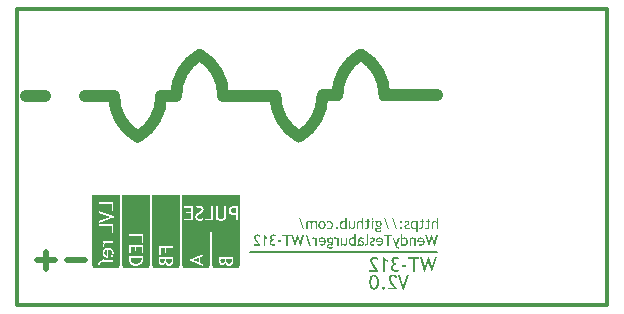
<source format=gbo>
G04*
G04 #@! TF.GenerationSoftware,Altium Limited,Altium Designer,21.1.0 (24)*
G04*
G04 Layer_Color=32896*
%FSLAX44Y44*%
%MOMM*%
G71*
G04*
G04 #@! TF.SameCoordinates,11EEB628-8EEC-4D1F-BDFF-B4013DCA5F77*
G04*
G04*
G04 #@! TF.FilePolarity,Positive*
G04*
G01*
G75*
%ADD10C,0.2000*%
%ADD15C,0.5000*%
%ADD16C,0.3000*%
%ADD52C,1.0000*%
%ADD65R,2.3016X0.2000*%
%ADD66R,2.3027X0.2000*%
%ADD67R,2.3005X0.2016*%
%ADD68R,2.3008X0.2010*%
%ADD69R,2.3250X0.2000*%
G36*
X301207Y73434D02*
X301318Y73420D01*
X301401Y73378D01*
X301484Y73337D01*
X301540Y73295D01*
X301581Y73267D01*
X301609Y73240D01*
X301623Y73226D01*
X301692Y73143D01*
X301748Y73060D01*
X301775Y72962D01*
X301803Y72879D01*
X301817Y72810D01*
X301831Y72754D01*
Y72713D01*
Y72699D01*
X301817Y72588D01*
X301803Y72491D01*
X301762Y72394D01*
X301720Y72324D01*
X301692Y72255D01*
X301651Y72214D01*
X301637Y72186D01*
X301623Y72172D01*
X301540Y72102D01*
X301443Y72047D01*
X301360Y72019D01*
X301276Y71992D01*
X301207Y71978D01*
X301151Y71964D01*
X301096D01*
X300985Y71978D01*
X300888Y71992D01*
X300791Y72033D01*
X300721Y72075D01*
X300652Y72102D01*
X300611Y72144D01*
X300583Y72158D01*
X300569Y72172D01*
X300500Y72255D01*
X300444Y72352D01*
X300403Y72435D01*
X300375Y72519D01*
X300361Y72588D01*
X300347Y72643D01*
Y72685D01*
Y72699D01*
X300361Y72810D01*
X300375Y72907D01*
X300416Y73004D01*
X300458Y73073D01*
X300500Y73143D01*
X300527Y73184D01*
X300555Y73212D01*
X300569Y73226D01*
X300652Y73295D01*
X300749Y73351D01*
X300833Y73392D01*
X300916Y73420D01*
X300985Y73434D01*
X301040Y73448D01*
X301096D01*
X301207Y73434D01*
D02*
G37*
G36*
X279447Y64031D02*
X278851D01*
X278435Y64641D01*
X278338Y64544D01*
X278227Y64461D01*
X278005Y64322D01*
X277894Y64267D01*
X277811Y64225D01*
X277756Y64211D01*
X277742Y64198D01*
X277561Y64142D01*
X277395Y64100D01*
X277242Y64073D01*
X277090Y64059D01*
X276979Y64045D01*
X276882Y64031D01*
X276798D01*
X276535Y64045D01*
X276271Y64073D01*
X276036Y64114D01*
X275814Y64184D01*
X275606Y64253D01*
X275412Y64336D01*
X275245Y64419D01*
X275079Y64517D01*
X274940Y64600D01*
X274815Y64683D01*
X274718Y64766D01*
X274621Y64836D01*
X274552Y64905D01*
X274510Y64946D01*
X274482Y64974D01*
X274469Y64988D01*
X274316Y65182D01*
X274177Y65376D01*
X274067Y65598D01*
X273969Y65806D01*
X273872Y66028D01*
X273803Y66250D01*
X273706Y66680D01*
X273664Y66874D01*
X273636Y67054D01*
X273623Y67221D01*
X273609Y67359D01*
X273595Y67470D01*
Y67568D01*
Y67623D01*
Y67637D01*
X273609Y67900D01*
X273636Y68164D01*
X273678Y68414D01*
X273734Y68635D01*
X273789Y68857D01*
X273872Y69051D01*
X273942Y69232D01*
X274025Y69398D01*
X274108Y69551D01*
X274177Y69689D01*
X274261Y69800D01*
X274316Y69897D01*
X274372Y69967D01*
X274413Y70022D01*
X274441Y70050D01*
X274455Y70064D01*
X274621Y70230D01*
X274802Y70383D01*
X274982Y70508D01*
X275162Y70619D01*
X275356Y70716D01*
X275536Y70785D01*
X275731Y70854D01*
X275897Y70896D01*
X276063Y70938D01*
X276216Y70965D01*
X276355Y70993D01*
X276466Y71007D01*
X276563Y71021D01*
X276702D01*
X276868Y71007D01*
X277034Y70993D01*
X277201Y70951D01*
X277339Y70924D01*
X277450Y70882D01*
X277547Y70841D01*
X277603Y70827D01*
X277631Y70813D01*
X277783Y70743D01*
X277922Y70660D01*
X278033Y70591D01*
X278116Y70535D01*
X278172Y70480D01*
X278227Y70438D01*
X278241Y70411D01*
X278255Y70397D01*
Y73670D01*
X279447D01*
Y64031D01*
D02*
G37*
G36*
X356750Y64156D02*
X355557D01*
Y69149D01*
X355460Y69273D01*
X355363Y69384D01*
X355252Y69495D01*
X355141Y69578D01*
X355044Y69648D01*
X354961Y69703D01*
X354905Y69731D01*
X354892Y69745D01*
X354725Y69828D01*
X354572Y69897D01*
X354420Y69939D01*
X354281Y69981D01*
X354170Y69995D01*
X354087Y70008D01*
X354018D01*
X353782Y69995D01*
X353560Y69939D01*
X353380Y69870D01*
X353241Y69787D01*
X353116Y69703D01*
X353033Y69634D01*
X352978Y69578D01*
X352964Y69565D01*
X352839Y69384D01*
X352742Y69204D01*
X352686Y69010D01*
X352631Y68816D01*
X352603Y68649D01*
X352589Y68511D01*
Y68455D01*
Y68414D01*
Y68400D01*
Y68386D01*
Y64156D01*
X351397D01*
Y68386D01*
Y68608D01*
X351424Y68816D01*
X351494Y69204D01*
X351591Y69537D01*
X351646Y69676D01*
X351702Y69814D01*
X351757Y69925D01*
X351813Y70022D01*
X351868Y70119D01*
X351910Y70189D01*
X351951Y70244D01*
X351979Y70286D01*
X351993Y70300D01*
X352007Y70314D01*
X352132Y70438D01*
X352257Y70549D01*
X352381Y70646D01*
X352520Y70730D01*
X352811Y70854D01*
X353075Y70938D01*
X353311Y70979D01*
X353421Y70993D01*
X353505Y71007D01*
X353588Y71021D01*
X353685D01*
X353893Y71007D01*
X354101Y70979D01*
X354281Y70938D01*
X354448Y70896D01*
X354586Y70854D01*
X354697Y70813D01*
X354767Y70785D01*
X354794Y70771D01*
X354975Y70674D01*
X355141Y70563D01*
X355266Y70466D01*
X355377Y70369D01*
X355460Y70286D01*
X355516Y70216D01*
X355543Y70161D01*
X355557Y70147D01*
Y73670D01*
X356750D01*
Y64156D01*
D02*
G37*
G36*
X293538D02*
X292345D01*
Y69149D01*
X292248Y69273D01*
X292151Y69384D01*
X292040Y69495D01*
X291929Y69578D01*
X291832Y69648D01*
X291749Y69703D01*
X291693Y69731D01*
X291679Y69745D01*
X291513Y69828D01*
X291360Y69897D01*
X291208Y69939D01*
X291069Y69981D01*
X290958Y69995D01*
X290875Y70008D01*
X290806D01*
X290570Y69995D01*
X290348Y69939D01*
X290168Y69870D01*
X290029Y69787D01*
X289904Y69703D01*
X289821Y69634D01*
X289765Y69578D01*
X289752Y69565D01*
X289627Y69384D01*
X289530Y69204D01*
X289474Y69010D01*
X289419Y68816D01*
X289391Y68649D01*
X289377Y68511D01*
Y68455D01*
Y68414D01*
Y68400D01*
Y68386D01*
Y64156D01*
X288185D01*
Y68386D01*
Y68608D01*
X288212Y68816D01*
X288282Y69204D01*
X288379Y69537D01*
X288434Y69676D01*
X288490Y69814D01*
X288545Y69925D01*
X288601Y70022D01*
X288656Y70119D01*
X288698Y70189D01*
X288739Y70244D01*
X288767Y70286D01*
X288781Y70300D01*
X288795Y70314D01*
X288920Y70438D01*
X289044Y70549D01*
X289169Y70646D01*
X289308Y70730D01*
X289599Y70854D01*
X289863Y70938D01*
X290098Y70979D01*
X290209Y70993D01*
X290292Y71007D01*
X290376Y71021D01*
X290473D01*
X290681Y71007D01*
X290889Y70979D01*
X291069Y70938D01*
X291236Y70896D01*
X291374Y70854D01*
X291485Y70813D01*
X291555Y70785D01*
X291582Y70771D01*
X291763Y70674D01*
X291929Y70563D01*
X292054Y70466D01*
X292165Y70369D01*
X292248Y70286D01*
X292303Y70216D01*
X292331Y70161D01*
X292345Y70147D01*
Y73670D01*
X293538D01*
Y64156D01*
D02*
G37*
G36*
X251516Y71007D02*
X251697Y70979D01*
X251863Y70938D01*
X252030Y70882D01*
X252321Y70730D01*
X252584Y70577D01*
X252778Y70411D01*
X252862Y70327D01*
X252931Y70258D01*
X252987Y70203D01*
X253028Y70161D01*
X253042Y70133D01*
X253056Y70119D01*
X253458Y70896D01*
X254235D01*
Y64156D01*
X253042D01*
Y69135D01*
X252973Y69246D01*
X252875Y69357D01*
X252792Y69468D01*
X252695Y69551D01*
X252612Y69620D01*
X252543Y69689D01*
X252487Y69717D01*
X252473Y69731D01*
X252321Y69828D01*
X252182Y69897D01*
X252043Y69939D01*
X251933Y69981D01*
X251835Y69995D01*
X251752Y70008D01*
X251697D01*
X251475Y69995D01*
X251281Y69967D01*
X251114Y69911D01*
X250976Y69870D01*
X250865Y69814D01*
X250781Y69759D01*
X250726Y69731D01*
X250712Y69717D01*
X250587Y69606D01*
X250490Y69468D01*
X250421Y69343D01*
X250365Y69218D01*
X250338Y69107D01*
X250324Y69010D01*
Y68954D01*
Y68927D01*
Y64156D01*
X249131D01*
Y69135D01*
X249076Y69260D01*
X248992Y69370D01*
X248909Y69468D01*
X248826Y69565D01*
X248743Y69634D01*
X248673Y69689D01*
X248632Y69717D01*
X248618Y69731D01*
X248479Y69828D01*
X248327Y69897D01*
X248188Y69939D01*
X248063Y69981D01*
X247966Y69995D01*
X247869Y70008D01*
X247800D01*
X247550Y69995D01*
X247342Y69939D01*
X247162Y69856D01*
X246995Y69759D01*
X246857Y69634D01*
X246746Y69509D01*
X246663Y69357D01*
X246579Y69218D01*
X246524Y69065D01*
X246482Y68913D01*
X246455Y68788D01*
X246441Y68663D01*
X246427Y68566D01*
X246413Y68483D01*
Y68427D01*
Y68414D01*
Y64156D01*
X245220D01*
Y68649D01*
X245248Y69051D01*
X245317Y69398D01*
X245401Y69689D01*
X245511Y69939D01*
X245622Y70147D01*
X245664Y70216D01*
X245706Y70286D01*
X245747Y70327D01*
X245775Y70369D01*
X245789Y70397D01*
X245803D01*
X245914Y70508D01*
X246038Y70605D01*
X246302Y70757D01*
X246565Y70868D01*
X246829Y70938D01*
X247065Y70993D01*
X247162Y71007D01*
X247245D01*
X247328Y71021D01*
X247425D01*
X247633Y71007D01*
X247841Y70979D01*
X248036Y70938D01*
X248202Y70896D01*
X248341Y70841D01*
X248451Y70799D01*
X248521Y70771D01*
X248549Y70757D01*
X248743Y70660D01*
X248895Y70549D01*
X249034Y70438D01*
X249131Y70341D01*
X249200Y70258D01*
X249256Y70189D01*
X249284Y70133D01*
X249298Y70119D01*
X249422Y70272D01*
X249547Y70411D01*
X249700Y70535D01*
X249852Y70646D01*
X250019Y70730D01*
X250199Y70799D01*
X250532Y70910D01*
X250837Y70979D01*
X250976Y70993D01*
X251087Y71007D01*
X251184Y71021D01*
X251322D01*
X251516Y71007D01*
D02*
G37*
G36*
X325823Y71007D02*
X325962Y70979D01*
X326073Y70924D01*
X326170Y70882D01*
X326253Y70827D01*
X326309Y70771D01*
X326350Y70743D01*
X326364Y70730D01*
X326447Y70619D01*
X326517Y70508D01*
X326558Y70397D01*
X326600Y70300D01*
X326614Y70203D01*
X326628Y70133D01*
Y70078D01*
Y70064D01*
X326614Y69925D01*
X326586Y69800D01*
X326544Y69689D01*
X326489Y69592D01*
X326447Y69509D01*
X326406Y69454D01*
X326378Y69412D01*
X326364Y69398D01*
X326253Y69301D01*
X326142Y69232D01*
X326031Y69190D01*
X325920Y69162D01*
X325823Y69135D01*
X325754Y69121D01*
X325685D01*
X325546Y69135D01*
X325421Y69162D01*
X325296Y69204D01*
X325199Y69260D01*
X325130Y69315D01*
X325074Y69357D01*
X325033Y69384D01*
X325019Y69398D01*
X324922Y69509D01*
X324852Y69620D01*
X324811Y69731D01*
X324769Y69842D01*
X324756Y69925D01*
X324742Y69995D01*
Y70050D01*
Y70064D01*
X324756Y70203D01*
X324783Y70327D01*
X324825Y70452D01*
X324880Y70549D01*
X324936Y70619D01*
X324977Y70674D01*
X325005Y70716D01*
X325019Y70730D01*
X325130Y70827D01*
X325241Y70896D01*
X325352Y70951D01*
X325449Y70979D01*
X325546Y71007D01*
X325615Y71021D01*
X325685D01*
X325823Y71007D01*
D02*
G37*
G36*
X305035Y70605D02*
X305270Y70743D01*
X305520Y70841D01*
X305784Y70924D01*
X306033Y70965D01*
X306255Y70993D01*
X306352Y71007D01*
X306435Y71021D01*
X306602D01*
X306796Y71007D01*
X306990Y70993D01*
X307337Y70910D01*
X307656Y70799D01*
X307919Y70674D01*
X308127Y70535D01*
X308211Y70480D01*
X308280Y70424D01*
X308349Y70383D01*
X308391Y70341D01*
X308405Y70327D01*
X308419Y70314D01*
X308543Y70175D01*
X308654Y70036D01*
X308765Y69884D01*
X308848Y69745D01*
X308973Y69440D01*
X309056Y69162D01*
X309112Y68927D01*
X309126Y68816D01*
X309140Y68733D01*
X309153Y68649D01*
Y68594D01*
Y68566D01*
Y68552D01*
X309140Y68261D01*
X309098Y67984D01*
X309029Y67720D01*
X308932Y67498D01*
X308821Y67290D01*
X308710Y67096D01*
X308571Y66930D01*
X308446Y66777D01*
X308307Y66652D01*
X308183Y66528D01*
X308072Y66444D01*
X307961Y66361D01*
X307864Y66306D01*
X307794Y66264D01*
X307753Y66250D01*
X307739Y66236D01*
X307919Y66195D01*
X308086Y66125D01*
X308224Y66070D01*
X308335Y66000D01*
X308432Y65945D01*
X308516Y65890D01*
X308557Y65862D01*
X308571Y65848D01*
X308682Y65737D01*
X308765Y65640D01*
X308821Y65529D01*
X308862Y65446D01*
X308890Y65363D01*
X308904Y65293D01*
Y65252D01*
Y65238D01*
X308890Y65044D01*
X308848Y64877D01*
X308765Y64738D01*
X308682Y64614D01*
X308571Y64503D01*
X308446Y64419D01*
X308321Y64350D01*
X308183Y64295D01*
X307933Y64211D01*
X307808Y64184D01*
X307697Y64170D01*
X307600D01*
X307531Y64156D01*
X307351D01*
X307212Y64170D01*
X307073Y64184D01*
X306948Y64211D01*
X306824Y64225D01*
X306726Y64239D01*
X306671Y64253D01*
X306643D01*
X306463Y64295D01*
X306311Y64322D01*
X306172Y64336D01*
X306075Y64350D01*
X306005Y64364D01*
X305908D01*
X305700Y64350D01*
X305520Y64322D01*
X305354Y64295D01*
X305215Y64239D01*
X305104Y64170D01*
X305007Y64100D01*
X304924Y64031D01*
X304868Y63962D01*
X304813Y63879D01*
X304785Y63809D01*
X304729Y63671D01*
Y63615D01*
X304716Y63587D01*
Y63560D01*
Y63546D01*
X304729Y63393D01*
X304785Y63268D01*
X304868Y63144D01*
X304951Y63046D01*
X305035Y62963D01*
X305118Y62908D01*
X305173Y62866D01*
X305187Y62852D01*
X305381Y62755D01*
X305589Y62686D01*
X305797Y62630D01*
X306005Y62603D01*
X306199Y62575D01*
X306338Y62561D01*
X306477D01*
X306643Y62575D01*
X306810Y62589D01*
X307157Y62672D01*
X307475Y62783D01*
X307780Y62908D01*
X307919Y62977D01*
X308044Y63033D01*
X308141Y63088D01*
X308238Y63144D01*
X308321Y63185D01*
X308377Y63227D01*
X308405Y63241D01*
X308419Y63254D01*
X309056Y62312D01*
X308890Y62187D01*
X308696Y62090D01*
X308502Y61993D01*
X308321Y61909D01*
X308155Y61840D01*
X308030Y61785D01*
X307975Y61771D01*
X307933Y61757D01*
X307919Y61743D01*
X307905D01*
X307628Y61660D01*
X307378Y61604D01*
X307143Y61563D01*
X306935Y61535D01*
X306768Y61521D01*
X306630Y61507D01*
X306518D01*
X306061Y61535D01*
X305645Y61604D01*
X305451Y61646D01*
X305284Y61687D01*
X305118Y61743D01*
X304979Y61798D01*
X304840Y61854D01*
X304729Y61909D01*
X304632Y61951D01*
X304549Y61993D01*
X304480Y62034D01*
X304438Y62062D01*
X304410Y62090D01*
X304397D01*
X304244Y62200D01*
X304119Y62312D01*
X304008Y62436D01*
X303911Y62561D01*
X303828Y62686D01*
X303759Y62825D01*
X303662Y63060D01*
X303592Y63268D01*
X303578Y63366D01*
X303564Y63449D01*
X303551Y63504D01*
Y63560D01*
Y63587D01*
Y63601D01*
X303578Y63892D01*
X303634Y64156D01*
X303731Y64378D01*
X303828Y64572D01*
X303939Y64711D01*
X304036Y64822D01*
X304091Y64877D01*
X304119Y64905D01*
X304341Y65071D01*
X304591Y65182D01*
X304854Y65265D01*
X305104Y65335D01*
X305326Y65363D01*
X305423Y65376D01*
X305506D01*
X305576Y65390D01*
X305784D01*
X305922Y65376D01*
X306199Y65335D01*
X306338Y65321D01*
X306435Y65293D01*
X306505Y65279D01*
X306532D01*
X306726Y65252D01*
X306907Y65224D01*
X307045Y65210D01*
X307170Y65196D01*
X307253Y65182D01*
X307489D01*
X307572Y65196D01*
X307725Y65224D01*
X307836Y65265D01*
X307905Y65307D01*
X307961Y65349D01*
X307975Y65390D01*
X307989Y65418D01*
Y65432D01*
X307975Y65501D01*
X307947Y65571D01*
X307836Y65668D01*
X307739Y65723D01*
X307711Y65751D01*
X307697D01*
X307489Y65820D01*
X307406Y65848D01*
X307337Y65862D01*
X307281Y65876D01*
X307240Y65890D01*
X307212D01*
X306227Y66000D01*
X305853Y66056D01*
X305520Y66167D01*
X305243Y66292D01*
X304993Y66430D01*
X304799Y66555D01*
X304660Y66666D01*
X304618Y66708D01*
X304577Y66749D01*
X304563Y66763D01*
X304549Y66777D01*
X304438Y66916D01*
X304341Y67055D01*
X304175Y67346D01*
X304064Y67623D01*
X303995Y67900D01*
X303939Y68136D01*
X303925Y68233D01*
Y68330D01*
X303911Y68400D01*
Y68455D01*
Y68483D01*
Y68497D01*
X303925Y68843D01*
X303981Y69149D01*
X304064Y69412D01*
X304147Y69634D01*
X304230Y69814D01*
X304313Y69939D01*
X304369Y70022D01*
X304383Y70050D01*
X303648Y70591D01*
X304438Y71326D01*
X305035Y70605D01*
D02*
G37*
G36*
X349275Y72297D02*
Y70896D01*
X350051D01*
Y69953D01*
X349275D01*
Y66125D01*
X349247Y65792D01*
X349192Y65501D01*
X349108Y65252D01*
X348997Y65030D01*
X348900Y64849D01*
X348817Y64725D01*
X348762Y64641D01*
X348734Y64627D01*
Y64614D01*
X348512Y64419D01*
X348290Y64281D01*
X348054Y64170D01*
X347846Y64100D01*
X347652Y64059D01*
X347514Y64045D01*
X347458Y64031D01*
X347375D01*
X347056Y64045D01*
X346751Y64059D01*
X346473Y64087D01*
X346224Y64128D01*
X346016Y64156D01*
X345933Y64170D01*
X345863Y64184D01*
X345808Y64198D01*
X345766D01*
X345752Y64211D01*
X345738D01*
X345919Y65279D01*
X346099Y65196D01*
X346279Y65141D01*
X346446Y65099D01*
X346584Y65071D01*
X346709Y65057D01*
X346792Y65044D01*
X346876D01*
X347098Y65057D01*
X347292Y65099D01*
X347444Y65155D01*
X347583Y65224D01*
X347680Y65279D01*
X347749Y65335D01*
X347791Y65376D01*
X347805Y65390D01*
X347902Y65543D01*
X347971Y65737D01*
X348013Y65931D01*
X348041Y66125D01*
X348068Y66306D01*
X348082Y66458D01*
Y66514D01*
Y66555D01*
Y66583D01*
Y66597D01*
Y69953D01*
X346224D01*
Y70896D01*
X348082D01*
Y72768D01*
X349275Y72297D01*
D02*
G37*
G36*
X344157D02*
Y70896D01*
X344934D01*
Y69953D01*
X344157D01*
Y66125D01*
X344130Y65792D01*
X344074Y65501D01*
X343991Y65252D01*
X343880Y65030D01*
X343783Y64849D01*
X343700Y64725D01*
X343644Y64641D01*
X343616Y64627D01*
Y64614D01*
X343395Y64419D01*
X343173Y64281D01*
X342937Y64170D01*
X342729Y64100D01*
X342535Y64059D01*
X342396Y64045D01*
X342341Y64031D01*
X342257D01*
X341938Y64045D01*
X341633Y64059D01*
X341356Y64087D01*
X341106Y64128D01*
X340898Y64156D01*
X340815Y64170D01*
X340746Y64184D01*
X340690Y64198D01*
X340649D01*
X340635Y64211D01*
X340621D01*
X340801Y65279D01*
X340981Y65196D01*
X341162Y65141D01*
X341328Y65099D01*
X341467Y65071D01*
X341592Y65057D01*
X341675Y65044D01*
X341758D01*
X341980Y65057D01*
X342174Y65099D01*
X342327Y65155D01*
X342465Y65224D01*
X342562Y65279D01*
X342632Y65335D01*
X342673Y65376D01*
X342687Y65390D01*
X342784Y65543D01*
X342854Y65737D01*
X342895Y65931D01*
X342923Y66125D01*
X342951Y66306D01*
X342965Y66458D01*
Y66514D01*
Y66555D01*
Y66583D01*
Y66597D01*
Y69953D01*
X341106D01*
Y70896D01*
X342965D01*
Y72768D01*
X344157Y72297D01*
D02*
G37*
G36*
X298225D02*
Y70896D01*
X299002D01*
Y69953D01*
X298225D01*
Y66125D01*
X298197Y65792D01*
X298142Y65501D01*
X298059Y65252D01*
X297948Y65030D01*
X297851Y64849D01*
X297768Y64725D01*
X297712Y64641D01*
X297684Y64627D01*
Y64614D01*
X297462Y64419D01*
X297241Y64281D01*
X297005Y64170D01*
X296797Y64100D01*
X296603Y64059D01*
X296464Y64045D01*
X296408Y64031D01*
X296325D01*
X296006Y64045D01*
X295701Y64059D01*
X295424Y64087D01*
X295174Y64128D01*
X294966Y64156D01*
X294883Y64170D01*
X294814Y64184D01*
X294758Y64198D01*
X294716D01*
X294703Y64211D01*
X294689D01*
X294869Y65279D01*
X295049Y65196D01*
X295230Y65141D01*
X295396Y65099D01*
X295535Y65071D01*
X295660Y65057D01*
X295743Y65044D01*
X295826D01*
X296048Y65057D01*
X296242Y65099D01*
X296395Y65155D01*
X296533Y65224D01*
X296630Y65279D01*
X296700Y65335D01*
X296741Y65376D01*
X296755Y65390D01*
X296852Y65543D01*
X296922Y65737D01*
X296963Y65931D01*
X296991Y66125D01*
X297019Y66306D01*
X297033Y66458D01*
Y66514D01*
Y66555D01*
Y66583D01*
Y66597D01*
Y69953D01*
X295174D01*
Y70896D01*
X297033D01*
Y72768D01*
X298225Y72297D01*
D02*
G37*
G36*
X286548Y66472D02*
X286520Y66056D01*
X286451Y65695D01*
X286368Y65376D01*
X286257Y65127D01*
X286201Y65016D01*
X286146Y64919D01*
X286104Y64836D01*
X286063Y64780D01*
X286021Y64725D01*
X285993Y64683D01*
X285965Y64669D01*
Y64655D01*
X285855Y64544D01*
X285730Y64447D01*
X285452Y64295D01*
X285175Y64184D01*
X284898Y64114D01*
X284648Y64059D01*
X284551Y64045D01*
X284454D01*
X284384Y64031D01*
X284274D01*
X284052Y64045D01*
X283844Y64087D01*
X283636Y64128D01*
X283455Y64198D01*
X283303Y64253D01*
X283178Y64295D01*
X283109Y64336D01*
X283081Y64350D01*
X282873Y64475D01*
X282693Y64600D01*
X282554Y64724D01*
X282443Y64849D01*
X282360Y64946D01*
X282304Y65016D01*
X282276Y65071D01*
X282263Y65085D01*
Y64156D01*
X281070D01*
Y70896D01*
X282263D01*
Y66167D01*
X282332Y66000D01*
X282443Y65848D01*
X282540Y65709D01*
X282651Y65598D01*
X282762Y65501D01*
X282845Y65432D01*
X282901Y65390D01*
X282928Y65376D01*
X283109Y65265D01*
X283303Y65182D01*
X283483Y65127D01*
X283650Y65085D01*
X283802Y65057D01*
X283913Y65044D01*
X284010D01*
X284246Y65057D01*
X284454Y65113D01*
X284634Y65182D01*
X284787Y65293D01*
X284911Y65404D01*
X285023Y65529D01*
X285120Y65682D01*
X285189Y65820D01*
X285244Y65959D01*
X285286Y66111D01*
X285314Y66236D01*
X285328Y66361D01*
X285341Y66458D01*
X285355Y66528D01*
Y66583D01*
Y66597D01*
Y70896D01*
X286548D01*
Y66472D01*
D02*
G37*
G36*
X264747Y71007D02*
X265024Y70979D01*
X265288Y70924D01*
X265537Y70868D01*
X265773Y70799D01*
X265981Y70716D01*
X266175Y70619D01*
X266356Y70535D01*
X266508Y70438D01*
X266647Y70341D01*
X266772Y70258D01*
X266855Y70189D01*
X266938Y70133D01*
X266994Y70078D01*
X267021Y70050D01*
X267035Y70036D01*
X267202Y69842D01*
X267340Y69648D01*
X267465Y69440D01*
X267576Y69218D01*
X267659Y69010D01*
X267743Y68788D01*
X267853Y68386D01*
X267881Y68192D01*
X267909Y68011D01*
X267937Y67859D01*
X267950Y67720D01*
X267964Y67609D01*
Y67526D01*
Y67470D01*
Y67457D01*
X267950Y67165D01*
X267923Y66902D01*
X267881Y66638D01*
X267826Y66403D01*
X267756Y66181D01*
X267673Y65973D01*
X267604Y65778D01*
X267507Y65612D01*
X267423Y65460D01*
X267354Y65321D01*
X267271Y65210D01*
X267202Y65113D01*
X267146Y65044D01*
X267104Y64988D01*
X267077Y64960D01*
X267063Y64946D01*
X266883Y64780D01*
X266702Y64641D01*
X266522Y64517D01*
X266328Y64419D01*
X266134Y64322D01*
X265953Y64253D01*
X265593Y64142D01*
X265426Y64114D01*
X265274Y64087D01*
X265135Y64059D01*
X265010Y64045D01*
X264927Y64031D01*
X264788D01*
X264525Y64045D01*
X264275Y64059D01*
X263804Y64128D01*
X263596Y64170D01*
X263402Y64225D01*
X263221Y64281D01*
X263055Y64350D01*
X262902Y64406D01*
X262778Y64461D01*
X262653Y64517D01*
X262570Y64558D01*
X262486Y64600D01*
X262431Y64627D01*
X262403Y64655D01*
X262389D01*
X262875Y65668D01*
X263027Y65557D01*
X263180Y65460D01*
X263471Y65307D01*
X263748Y65196D01*
X263998Y65127D01*
X264206Y65071D01*
X264289Y65057D01*
X264359D01*
X264414Y65044D01*
X264497D01*
X264691Y65057D01*
X264872Y65071D01*
X265191Y65141D01*
X265468Y65238D01*
X265704Y65349D01*
X265884Y65460D01*
X266009Y65557D01*
X266092Y65626D01*
X266106Y65654D01*
X266120D01*
X266314Y65917D01*
X266453Y66195D01*
X266564Y66500D01*
X266633Y66791D01*
X266675Y67054D01*
X266688Y67165D01*
Y67263D01*
X266702Y67346D01*
Y67401D01*
Y67443D01*
Y67457D01*
X266675Y67873D01*
X266619Y68247D01*
X266522Y68566D01*
X266411Y68830D01*
X266369Y68941D01*
X266314Y69038D01*
X266259Y69121D01*
X266217Y69190D01*
X266189Y69246D01*
X266161Y69287D01*
X266134Y69301D01*
Y69315D01*
X266023Y69440D01*
X265898Y69551D01*
X265773Y69634D01*
X265648Y69717D01*
X265385Y69842D01*
X265135Y69925D01*
X264913Y69967D01*
X264816Y69995D01*
X264733D01*
X264664Y70008D01*
X264400D01*
X264234Y69981D01*
X264081Y69953D01*
X263943Y69925D01*
X263818Y69897D01*
X263734Y69870D01*
X263665Y69856D01*
X263651Y69842D01*
X263485Y69787D01*
X263346Y69717D01*
X263235Y69662D01*
X263152Y69606D01*
X263083Y69565D01*
X263041Y69523D01*
X263013Y69509D01*
X262999Y69495D01*
X262389Y70341D01*
X262514Y70424D01*
X262667Y70508D01*
X262819Y70577D01*
X262958Y70646D01*
X263097Y70702D01*
X263207Y70743D01*
X263277Y70771D01*
X263291Y70785D01*
X263305D01*
X263526Y70868D01*
X263734Y70924D01*
X263929Y70965D01*
X264095Y70993D01*
X264248Y71007D01*
X264345Y71021D01*
X264442D01*
X264747Y71007D01*
D02*
G37*
G36*
X321996Y64156D02*
X320983D01*
X317641Y73420D01*
X318653D01*
X321996Y64156D01*
D02*
G37*
G36*
X315228D02*
X314216D01*
X310873Y73420D01*
X311886D01*
X315228Y64156D01*
D02*
G37*
G36*
X302677Y69884D02*
X301748D01*
Y64156D01*
X300555D01*
Y70896D01*
X302677D01*
Y69884D01*
D02*
G37*
G36*
X243181Y64156D02*
X242169D01*
X238827Y73420D01*
X239839D01*
X243181Y64156D01*
D02*
G37*
G36*
X330844Y71007D02*
X331149Y70951D01*
X331426Y70868D01*
X331648Y70785D01*
X331828Y70702D01*
X331967Y70619D01*
X332050Y70563D01*
X332064Y70549D01*
X332078D01*
X332189Y70452D01*
X332272Y70355D01*
X332425Y70147D01*
X332522Y69939D01*
X332605Y69731D01*
X332647Y69537D01*
X332660Y69398D01*
X332674Y69343D01*
Y69301D01*
Y69273D01*
Y69260D01*
X332660Y69024D01*
X332647Y68927D01*
X332619Y68830D01*
X332605Y68760D01*
X332591Y68705D01*
X332577Y68663D01*
Y68649D01*
X332494Y68455D01*
X332383Y68289D01*
X332341Y68219D01*
X332300Y68164D01*
X332286Y68136D01*
X332272Y68122D01*
X332106Y67942D01*
X331939Y67803D01*
X331870Y67748D01*
X331814Y67720D01*
X331787Y67692D01*
X331773Y67678D01*
X331648Y67595D01*
X331482Y67512D01*
X331287Y67415D01*
X331107Y67318D01*
X330941Y67235D01*
X330802Y67165D01*
X330747Y67151D01*
X330705Y67124D01*
X330677Y67110D01*
X330663D01*
X330469Y67013D01*
X330303Y66916D01*
X330164Y66819D01*
X330039Y66722D01*
X329928Y66624D01*
X329845Y66528D01*
X329776Y66444D01*
X329720Y66347D01*
X329637Y66195D01*
X329595Y66070D01*
X329582Y65987D01*
Y65973D01*
Y65959D01*
X329595Y65792D01*
X329623Y65654D01*
X329679Y65529D01*
X329748Y65432D01*
X329845Y65335D01*
X329928Y65265D01*
X330136Y65155D01*
X330344Y65099D01*
X330511Y65057D01*
X330594Y65044D01*
X330691D01*
X330816Y65057D01*
X330941Y65071D01*
X331204Y65141D01*
X331468Y65252D01*
X331717Y65376D01*
X331953Y65487D01*
X332050Y65543D01*
X332133Y65598D01*
X332203Y65640D01*
X332258Y65668D01*
X332286Y65695D01*
X332300D01*
X332716Y64558D01*
X332369Y64378D01*
X332009Y64253D01*
X331676Y64156D01*
X331371Y64100D01*
X331232Y64073D01*
X331107Y64059D01*
X330996Y64045D01*
X330899D01*
X330830Y64031D01*
X330719D01*
X330317Y64059D01*
X329970Y64114D01*
X329665Y64184D01*
X329415Y64281D01*
X329221Y64378D01*
X329138Y64419D01*
X329068Y64447D01*
X329027Y64489D01*
X328985Y64503D01*
X328971Y64530D01*
X328958D01*
X328847Y64627D01*
X328750Y64738D01*
X328583Y64974D01*
X328472Y65210D01*
X328403Y65432D01*
X328347Y65640D01*
X328334Y65806D01*
X328320Y65876D01*
Y65917D01*
Y65945D01*
Y65959D01*
X328334Y66209D01*
X328375Y66430D01*
X328431Y66624D01*
X328500Y66791D01*
X328569Y66930D01*
X328625Y67027D01*
X328666Y67096D01*
X328680Y67110D01*
X328833Y67276D01*
X329013Y67429D01*
X329207Y67568D01*
X329388Y67692D01*
X329568Y67790D01*
X329706Y67859D01*
X329762Y67887D01*
X329790Y67914D01*
X329817Y67928D01*
X329831D01*
X330677Y68316D01*
X330802Y68386D01*
X330913Y68455D01*
X331024Y68524D01*
X331107Y68608D01*
X331232Y68774D01*
X331315Y68927D01*
X331371Y69065D01*
X331398Y69176D01*
X331412Y69260D01*
Y69287D01*
X331398Y69398D01*
X331371Y69509D01*
X331315Y69592D01*
X331260Y69662D01*
X331218Y69717D01*
X331163Y69759D01*
X331135Y69787D01*
X331121Y69800D01*
X331010Y69870D01*
X330885Y69925D01*
X330774Y69953D01*
X330663Y69981D01*
X330566Y69995D01*
X330483Y70008D01*
X330414D01*
X330150Y69981D01*
X329887Y69925D01*
X329651Y69828D01*
X329429Y69731D01*
X329249Y69620D01*
X329110Y69523D01*
X329055Y69495D01*
X329013Y69468D01*
X328999Y69440D01*
X328985D01*
X328639Y70549D01*
X329041Y70702D01*
X329401Y70827D01*
X329720Y70910D01*
X329984Y70965D01*
X330109Y70979D01*
X330206Y70993D01*
X330289Y71007D01*
X330358Y71021D01*
X330497D01*
X330844Y71007D01*
D02*
G37*
G36*
X325823Y65917D02*
X325962Y65890D01*
X326073Y65834D01*
X326170Y65792D01*
X326253Y65737D01*
X326309Y65682D01*
X326350Y65654D01*
X326364Y65640D01*
X326447Y65529D01*
X326517Y65418D01*
X326558Y65307D01*
X326600Y65210D01*
X326614Y65113D01*
X326628Y65044D01*
Y64988D01*
Y64974D01*
X326614Y64836D01*
X326586Y64711D01*
X326544Y64600D01*
X326489Y64503D01*
X326447Y64419D01*
X326406Y64364D01*
X326378Y64322D01*
X326364Y64309D01*
X326253Y64211D01*
X326142Y64142D01*
X326031Y64100D01*
X325920Y64073D01*
X325823Y64045D01*
X325754Y64031D01*
X325685D01*
X325546Y64045D01*
X325421Y64073D01*
X325296Y64114D01*
X325199Y64170D01*
X325130Y64225D01*
X325074Y64267D01*
X325033Y64295D01*
X325019Y64309D01*
X324922Y64419D01*
X324852Y64530D01*
X324811Y64641D01*
X324769Y64752D01*
X324756Y64836D01*
X324742Y64905D01*
Y64960D01*
Y64974D01*
X324756Y65113D01*
X324783Y65238D01*
X324825Y65363D01*
X324880Y65460D01*
X324936Y65529D01*
X324977Y65584D01*
X325005Y65626D01*
X325019Y65640D01*
X325130Y65737D01*
X325241Y65806D01*
X325352Y65862D01*
X325449Y65890D01*
X325546Y65917D01*
X325615Y65931D01*
X325685D01*
X325823Y65917D01*
D02*
G37*
G36*
X271015Y65917D02*
X271154Y65890D01*
X271265Y65834D01*
X271362Y65792D01*
X271445Y65737D01*
X271501Y65682D01*
X271542Y65654D01*
X271556Y65640D01*
X271639Y65529D01*
X271709Y65418D01*
X271750Y65307D01*
X271792Y65210D01*
X271806Y65113D01*
X271820Y65044D01*
Y64988D01*
Y64974D01*
X271806Y64836D01*
X271778Y64711D01*
X271737Y64600D01*
X271681Y64503D01*
X271639Y64419D01*
X271598Y64364D01*
X271570Y64322D01*
X271556Y64309D01*
X271445Y64211D01*
X271334Y64142D01*
X271223Y64100D01*
X271112Y64073D01*
X271015Y64045D01*
X270946Y64031D01*
X270877D01*
X270738Y64045D01*
X270613Y64073D01*
X270488Y64114D01*
X270391Y64170D01*
X270322Y64225D01*
X270266Y64267D01*
X270225Y64295D01*
X270211Y64309D01*
X270114Y64419D01*
X270045Y64530D01*
X270003Y64641D01*
X269961Y64752D01*
X269947Y64836D01*
X269934Y64905D01*
Y64960D01*
Y64974D01*
X269947Y65113D01*
X269975Y65238D01*
X270017Y65363D01*
X270072Y65460D01*
X270128Y65529D01*
X270169Y65584D01*
X270197Y65626D01*
X270211Y65640D01*
X270322Y65737D01*
X270433Y65806D01*
X270544Y65862D01*
X270641Y65890D01*
X270738Y65917D01*
X270807Y65931D01*
X270877D01*
X271015Y65917D01*
D02*
G37*
G36*
X258783Y71007D02*
X259019Y70979D01*
X259241Y70938D01*
X259463Y70868D01*
X259657Y70799D01*
X259837Y70716D01*
X260004Y70633D01*
X260156Y70535D01*
X260295Y70452D01*
X260406Y70355D01*
X260517Y70272D01*
X260600Y70203D01*
X260670Y70133D01*
X260711Y70092D01*
X260739Y70064D01*
X260753Y70050D01*
X260905Y69870D01*
X261030Y69662D01*
X261141Y69468D01*
X261238Y69260D01*
X261308Y69038D01*
X261377Y68830D01*
X261474Y68441D01*
X261516Y68247D01*
X261543Y68081D01*
X261557Y67928D01*
X261571Y67803D01*
X261585Y67692D01*
Y67609D01*
Y67554D01*
Y67540D01*
X261571Y67249D01*
X261543Y66971D01*
X261516Y66708D01*
X261460Y66458D01*
X261405Y66236D01*
X261335Y66028D01*
X261252Y65834D01*
X261183Y65654D01*
X261113Y65501D01*
X261030Y65363D01*
X260961Y65251D01*
X260905Y65155D01*
X260850Y65071D01*
X260808Y65016D01*
X260794Y64988D01*
X260781Y64974D01*
X260628Y64808D01*
X260448Y64669D01*
X260267Y64544D01*
X260087Y64433D01*
X259907Y64336D01*
X259713Y64267D01*
X259352Y64156D01*
X259186Y64114D01*
X259033Y64087D01*
X258894Y64059D01*
X258770Y64045D01*
X258673Y64031D01*
X258534D01*
X258284Y64045D01*
X258035Y64073D01*
X257813Y64114D01*
X257591Y64184D01*
X257397Y64253D01*
X257216Y64322D01*
X257050Y64406D01*
X256897Y64503D01*
X256759Y64586D01*
X256648Y64669D01*
X256551Y64738D01*
X256467Y64822D01*
X256398Y64877D01*
X256357Y64919D01*
X256329Y64946D01*
X256315Y64960D01*
X256162Y65141D01*
X256038Y65349D01*
X255927Y65543D01*
X255830Y65765D01*
X255746Y65973D01*
X255691Y66195D01*
X255580Y66611D01*
X255552Y66791D01*
X255524Y66971D01*
X255511Y67138D01*
X255497Y67276D01*
X255483Y67387D01*
Y67470D01*
Y67526D01*
Y67540D01*
X255497Y67845D01*
X255511Y68122D01*
X255552Y68386D01*
X255608Y68635D01*
X255663Y68857D01*
X255732Y69065D01*
X255816Y69260D01*
X255885Y69426D01*
X255954Y69578D01*
X256038Y69717D01*
X256107Y69828D01*
X256162Y69925D01*
X256218Y69995D01*
X256246Y70050D01*
X256273Y70078D01*
X256287Y70092D01*
X256440Y70258D01*
X256620Y70397D01*
X256786Y70521D01*
X256981Y70633D01*
X257161Y70716D01*
X257355Y70799D01*
X257716Y70910D01*
X257882Y70938D01*
X258035Y70965D01*
X258173Y70993D01*
X258298Y71007D01*
X258395Y71021D01*
X258534D01*
X258783Y71007D01*
D02*
G37*
G36*
X336821Y71007D02*
X336987Y70993D01*
X337306Y70910D01*
X337584Y70813D01*
X337820Y70688D01*
X338014Y70563D01*
X338152Y70452D01*
X338208Y70411D01*
X338249Y70369D01*
X338263Y70355D01*
X338277Y70341D01*
Y70896D01*
X339470D01*
Y61507D01*
X338277D01*
Y64517D01*
X338208Y64447D01*
X338125Y64378D01*
X338027Y64322D01*
X337930Y64267D01*
X337833Y64225D01*
X337750Y64198D01*
X337681Y64184D01*
X337667Y64170D01*
X337487Y64128D01*
X337306Y64087D01*
X337154Y64059D01*
X337015Y64045D01*
X336904D01*
X336807Y64031D01*
X336738D01*
X336460Y64045D01*
X336197Y64073D01*
X335961Y64114D01*
X335739Y64184D01*
X335531Y64253D01*
X335337Y64336D01*
X335171Y64433D01*
X335018Y64517D01*
X334879Y64614D01*
X334755Y64697D01*
X334658Y64780D01*
X334574Y64849D01*
X334505Y64919D01*
X334463Y64960D01*
X334436Y64988D01*
X334422Y65002D01*
X334283Y65196D01*
X334144Y65390D01*
X334047Y65598D01*
X333950Y65806D01*
X333867Y66014D01*
X333798Y66222D01*
X333701Y66611D01*
X333673Y66791D01*
X333645Y66971D01*
X333631Y67110D01*
X333617Y67249D01*
X333604Y67346D01*
Y67429D01*
Y67484D01*
Y67498D01*
X333617Y67817D01*
X333631Y68108D01*
X333673Y68386D01*
X333728Y68635D01*
X333784Y68871D01*
X333853Y69093D01*
X333936Y69287D01*
X334006Y69454D01*
X334075Y69620D01*
X334158Y69745D01*
X334228Y69856D01*
X334283Y69953D01*
X334338Y70022D01*
X334366Y70078D01*
X334394Y70106D01*
X334408Y70119D01*
X334560Y70272D01*
X334741Y70411D01*
X334907Y70535D01*
X335101Y70646D01*
X335282Y70730D01*
X335462Y70799D01*
X335822Y70910D01*
X335989Y70951D01*
X336141Y70979D01*
X336280Y70993D01*
X336405Y71007D01*
X336502Y71021D01*
X336641D01*
X336821Y71007D01*
D02*
G37*
G36*
X217553Y59524D02*
X217775Y59510D01*
X217997Y59468D01*
X218191Y59413D01*
X218371Y59358D01*
X218524Y59302D01*
X218662Y59233D01*
X218801Y59163D01*
X218912Y59080D01*
X218995Y59011D01*
X219078Y58955D01*
X219148Y58900D01*
X219189Y58844D01*
X219231Y58803D01*
X219245Y58789D01*
X219258Y58775D01*
X218704Y57915D01*
X218510Y58095D01*
X218302Y58234D01*
X218080Y58331D01*
X217872Y58401D01*
X217677Y58442D01*
X217539Y58456D01*
X217483Y58470D01*
X217400D01*
X217137Y58456D01*
X216901Y58401D01*
X216693Y58331D01*
X216513Y58234D01*
X216374Y58123D01*
X216249Y57998D01*
X216152Y57874D01*
X216069Y57735D01*
X216000Y57596D01*
X215958Y57457D01*
X215916Y57333D01*
X215902Y57222D01*
X215889Y57125D01*
X215875Y57055D01*
Y57000D01*
Y56986D01*
X215889Y56736D01*
X215944Y56528D01*
X216027Y56334D01*
X216124Y56182D01*
X216249Y56043D01*
X216374Y55932D01*
X216527Y55835D01*
X216665Y55766D01*
X216818Y55696D01*
X216970Y55655D01*
X217095Y55627D01*
X217220Y55613D01*
X217317Y55599D01*
X217400Y55585D01*
X217525D01*
Y54559D01*
X217428D01*
X217137Y54531D01*
X216859Y54476D01*
X216637Y54406D01*
X216443Y54309D01*
X216291Y54212D01*
X216180Y54143D01*
X216110Y54088D01*
X216083Y54060D01*
X215916Y53866D01*
X215791Y53658D01*
X215694Y53450D01*
X215639Y53242D01*
X215597Y53075D01*
X215583Y52923D01*
X215569Y52867D01*
Y52839D01*
Y52812D01*
Y52798D01*
X215583Y52493D01*
X215639Y52229D01*
X215736Y52007D01*
X215847Y51813D01*
X215972Y51647D01*
X216124Y51508D01*
X216291Y51397D01*
X216443Y51300D01*
X216610Y51231D01*
X216776Y51189D01*
X216929Y51147D01*
X217054Y51120D01*
X217164Y51106D01*
X217262Y51092D01*
X217331D01*
X217497Y51106D01*
X217664Y51120D01*
X217969Y51203D01*
X218232Y51314D01*
X218454Y51439D01*
X218634Y51563D01*
X218773Y51660D01*
X218856Y51744D01*
X218870Y51758D01*
X218884Y51771D01*
X219494Y50801D01*
X219356Y50676D01*
X219203Y50579D01*
X219051Y50482D01*
X218898Y50399D01*
X218773Y50329D01*
X218662Y50287D01*
X218593Y50260D01*
X218565Y50246D01*
X218343Y50177D01*
X218121Y50121D01*
X217927Y50079D01*
X217733Y50052D01*
X217581Y50038D01*
X217470Y50024D01*
X217359D01*
X217095Y50038D01*
X216832Y50052D01*
X216596Y50093D01*
X216374Y50135D01*
X216180Y50191D01*
X215986Y50246D01*
X215819Y50301D01*
X215667Y50371D01*
X215528Y50440D01*
X215403Y50496D01*
X215306Y50551D01*
X215223Y50606D01*
X215154Y50648D01*
X215112Y50690D01*
X215084Y50704D01*
X215070Y50717D01*
X214932Y50856D01*
X214793Y51009D01*
X214696Y51161D01*
X214599Y51314D01*
X214515Y51480D01*
X214446Y51647D01*
X214349Y51966D01*
X214294Y52257D01*
X214280Y52382D01*
X214266Y52493D01*
X214252Y52576D01*
Y52645D01*
Y52687D01*
Y52701D01*
X214266Y53020D01*
X214321Y53297D01*
X214405Y53561D01*
X214488Y53769D01*
X214571Y53949D01*
X214654Y54074D01*
X214710Y54157D01*
X214724Y54184D01*
X214918Y54406D01*
X215126Y54587D01*
X215334Y54739D01*
X215528Y54864D01*
X215708Y54961D01*
X215861Y55017D01*
X215902Y55044D01*
X215944Y55058D01*
X215972Y55072D01*
X215986D01*
X215778Y55169D01*
X215583Y55280D01*
X215417Y55419D01*
X215278Y55544D01*
X215154Y55669D01*
X215056Y55766D01*
X215001Y55835D01*
X214987Y55863D01*
X214848Y56098D01*
X214737Y56334D01*
X214668Y56556D01*
X214613Y56778D01*
X214585Y56958D01*
X214557Y57111D01*
Y57166D01*
Y57208D01*
Y57222D01*
Y57236D01*
X214571Y57416D01*
X214585Y57596D01*
X214682Y57915D01*
X214807Y58193D01*
X214946Y58442D01*
X215084Y58622D01*
X215209Y58775D01*
X215264Y58817D01*
X215306Y58858D01*
X215320Y58872D01*
X215334Y58886D01*
X215486Y58997D01*
X215639Y59108D01*
X215958Y59260D01*
X216291Y59385D01*
X216610Y59454D01*
X216887Y59510D01*
X216998Y59524D01*
X217109D01*
X217192Y59538D01*
X217303D01*
X217553Y59524D01*
D02*
G37*
G36*
X204225D02*
X204503Y59482D01*
X204766Y59413D01*
X204988Y59358D01*
X205154Y59288D01*
X205293Y59219D01*
X205376Y59177D01*
X205390Y59163D01*
X205404D01*
X205612Y59025D01*
X205792Y58858D01*
X205931Y58692D01*
X206042Y58539D01*
X206125Y58401D01*
X206181Y58290D01*
X206208Y58220D01*
X206222Y58206D01*
Y58193D01*
X205404Y57527D01*
X205321Y57666D01*
X205224Y57804D01*
X205127Y57915D01*
X205016Y58012D01*
X204932Y58082D01*
X204849Y58151D01*
X204794Y58179D01*
X204780Y58193D01*
X204613Y58290D01*
X204447Y58359D01*
X204281Y58401D01*
X204142Y58442D01*
X204017Y58456D01*
X203920Y58470D01*
X203837D01*
X203587Y58456D01*
X203365Y58414D01*
X203185Y58345D01*
X203019Y58276D01*
X202880Y58165D01*
X202769Y58068D01*
X202672Y57943D01*
X202603Y57832D01*
X202547Y57707D01*
X202492Y57582D01*
X202464Y57485D01*
X202450Y57388D01*
X202436Y57305D01*
X202422Y57236D01*
Y57194D01*
Y57180D01*
X202436Y57000D01*
X202464Y56806D01*
X202505Y56598D01*
X202561Y56403D01*
X202714Y56001D01*
X202880Y55641D01*
X202963Y55474D01*
X203046Y55308D01*
X203130Y55169D01*
X203199Y55058D01*
X203254Y54961D01*
X203296Y54878D01*
X203324Y54836D01*
X203338Y54823D01*
X206222Y50399D01*
Y50149D01*
X200550D01*
Y51286D01*
X204170D01*
X202103Y54559D01*
X201923Y54850D01*
X201770Y55128D01*
X201646Y55391D01*
X201521Y55641D01*
X201424Y55863D01*
X201354Y56084D01*
X201285Y56279D01*
X201230Y56459D01*
X201188Y56625D01*
X201160Y56764D01*
X201133Y56889D01*
X201119Y57000D01*
X201105Y57069D01*
Y57139D01*
Y57166D01*
Y57180D01*
X201119Y57388D01*
X201133Y57582D01*
X201216Y57929D01*
X201341Y58220D01*
X201479Y58470D01*
X201618Y58664D01*
X201743Y58803D01*
X201784Y58844D01*
X201826Y58886D01*
X201840Y58914D01*
X201854D01*
X201992Y59025D01*
X202159Y59122D01*
X202478Y59274D01*
X202824Y59385D01*
X203157Y59454D01*
X203310Y59482D01*
X203449Y59510D01*
X203573Y59524D01*
X203684D01*
X203781Y59538D01*
X203906D01*
X204225Y59524D01*
D02*
G37*
G36*
X287061Y50024D02*
X286465D01*
X286049Y50634D01*
X285952Y50537D01*
X285841Y50454D01*
X285619Y50315D01*
X285508Y50260D01*
X285425Y50218D01*
X285369Y50204D01*
X285355Y50191D01*
X285175Y50135D01*
X285009Y50093D01*
X284856Y50066D01*
X284704Y50052D01*
X284593Y50038D01*
X284496Y50024D01*
X284412D01*
X284149Y50038D01*
X283885Y50066D01*
X283650Y50107D01*
X283428Y50177D01*
X283220Y50246D01*
X283025Y50329D01*
X282859Y50412D01*
X282693Y50509D01*
X282554Y50593D01*
X282429Y50676D01*
X282332Y50759D01*
X282235Y50828D01*
X282166Y50898D01*
X282124Y50939D01*
X282096Y50967D01*
X282082Y50981D01*
X281930Y51175D01*
X281791Y51369D01*
X281680Y51591D01*
X281583Y51799D01*
X281486Y52021D01*
X281417Y52243D01*
X281320Y52673D01*
X281278Y52867D01*
X281250Y53047D01*
X281236Y53214D01*
X281223Y53352D01*
X281209Y53463D01*
Y53561D01*
Y53616D01*
Y53630D01*
X281223Y53893D01*
X281250Y54157D01*
X281292Y54406D01*
X281347Y54628D01*
X281403Y54850D01*
X281486Y55044D01*
X281555Y55225D01*
X281639Y55391D01*
X281722Y55544D01*
X281791Y55682D01*
X281874Y55793D01*
X281930Y55890D01*
X281985Y55960D01*
X282027Y56015D01*
X282055Y56043D01*
X282069Y56057D01*
X282235Y56223D01*
X282415Y56376D01*
X282596Y56501D01*
X282776Y56611D01*
X282970Y56709D01*
X283150Y56778D01*
X283344Y56847D01*
X283511Y56889D01*
X283677Y56930D01*
X283830Y56958D01*
X283969Y56986D01*
X284079Y57000D01*
X284177Y57014D01*
X284315D01*
X284482Y57000D01*
X284648Y56986D01*
X284814Y56944D01*
X284953Y56917D01*
X285064Y56875D01*
X285161Y56833D01*
X285217Y56820D01*
X285244Y56806D01*
X285397Y56736D01*
X285536Y56653D01*
X285647Y56584D01*
X285730Y56528D01*
X285785Y56473D01*
X285841Y56431D01*
X285855Y56403D01*
X285868Y56390D01*
Y59663D01*
X287061D01*
Y50024D01*
D02*
G37*
G36*
X209592Y59205D02*
X209786Y58983D01*
X209994Y58775D01*
X210189Y58595D01*
X210369Y58442D01*
X210508Y58317D01*
X210563Y58276D01*
X210605Y58234D01*
X210632Y58220D01*
X210646Y58206D01*
X210938Y57984D01*
X211215Y57790D01*
X211478Y57624D01*
X211700Y57485D01*
X211894Y57374D01*
X212033Y57305D01*
X212089Y57277D01*
X212130Y57249D01*
X212144Y57236D01*
X212158D01*
Y56057D01*
X210286Y57222D01*
Y50149D01*
X209024D01*
Y59413D01*
X209412D01*
X209592Y59205D01*
D02*
G37*
G36*
X291957Y57000D02*
X292165Y56986D01*
X292359Y56944D01*
X292539Y56917D01*
X292692Y56875D01*
X292803Y56833D01*
X292886Y56820D01*
X292900Y56806D01*
X292914D01*
X293122Y56736D01*
X293316Y56653D01*
X293468Y56570D01*
X293607Y56501D01*
X293704Y56431D01*
X293787Y56376D01*
X293829Y56348D01*
X293843Y56334D01*
X293344Y55336D01*
X293219Y55447D01*
X293094Y55544D01*
X292817Y55682D01*
X292525Y55793D01*
X292248Y55876D01*
X291998Y55918D01*
X291887Y55932D01*
X291790D01*
X291721Y55946D01*
X291610D01*
X291346Y55932D01*
X291125Y55876D01*
X290917Y55793D01*
X290750Y55696D01*
X290611Y55571D01*
X290487Y55433D01*
X290390Y55280D01*
X290306Y55128D01*
X290251Y54975D01*
X290209Y54823D01*
X290168Y54684D01*
X290154Y54559D01*
X290140Y54462D01*
X290126Y54379D01*
Y54323D01*
Y54309D01*
X290306Y54365D01*
X290473Y54406D01*
X290611Y54434D01*
X290750Y54462D01*
X290847D01*
X290930Y54476D01*
X291000D01*
X291249Y54462D01*
X291499Y54448D01*
X291943Y54365D01*
X292151Y54309D01*
X292331Y54254D01*
X292511Y54185D01*
X292664Y54115D01*
X292803Y54046D01*
X292927Y53976D01*
X293038Y53921D01*
X293122Y53866D01*
X293191Y53824D01*
X293246Y53782D01*
X293274Y53769D01*
X293288Y53755D01*
X293441Y53616D01*
X293579Y53477D01*
X293704Y53339D01*
X293815Y53186D01*
X293898Y53033D01*
X293968Y52895D01*
X294079Y52617D01*
X294148Y52382D01*
X294162Y52285D01*
X294176Y52188D01*
X294189Y52118D01*
Y52063D01*
Y52035D01*
Y52021D01*
X294162Y51716D01*
X294092Y51439D01*
X294009Y51203D01*
X293898Y50995D01*
X293787Y50828D01*
X293704Y50704D01*
X293635Y50620D01*
X293607Y50593D01*
X293385Y50399D01*
X293149Y50260D01*
X292914Y50163D01*
X292706Y50093D01*
X292511Y50052D01*
X292373Y50038D01*
X292317Y50024D01*
X292234D01*
X291957Y50038D01*
X291707Y50066D01*
X291471Y50107D01*
X291249Y50163D01*
X291055Y50232D01*
X290875Y50315D01*
X290709Y50385D01*
X290556Y50482D01*
X290431Y50565D01*
X290320Y50634D01*
X290223Y50718D01*
X290154Y50787D01*
X290084Y50842D01*
X290043Y50884D01*
X290029Y50912D01*
X290015Y50925D01*
X289946Y50759D01*
X289876Y50606D01*
X289779Y50496D01*
X289696Y50399D01*
X289627Y50329D01*
X289557Y50274D01*
X289516Y50246D01*
X289502Y50232D01*
X289349Y50163D01*
X289183Y50107D01*
X289003Y50079D01*
X288822Y50052D01*
X288656Y50038D01*
X288531Y50024D01*
X288406D01*
Y50620D01*
X288503Y50676D01*
X288587Y50759D01*
X288711Y50925D01*
X288809Y51120D01*
X288864Y51314D01*
X288906Y51508D01*
X288920Y51660D01*
X288933Y51716D01*
Y51758D01*
Y51785D01*
Y51799D01*
Y54212D01*
X288947Y54476D01*
X288961Y54725D01*
X288989Y54947D01*
X289044Y55155D01*
X289086Y55349D01*
X289141Y55530D01*
X289211Y55682D01*
X289266Y55821D01*
X289336Y55946D01*
X289391Y56043D01*
X289460Y56140D01*
X289502Y56209D01*
X289544Y56265D01*
X289585Y56306D01*
X289599Y56320D01*
X289613Y56334D01*
X289752Y56459D01*
X289890Y56556D01*
X290057Y56653D01*
X290223Y56722D01*
X290584Y56847D01*
X290930Y56930D01*
X291097Y56958D01*
X291249Y56972D01*
X291388Y57000D01*
X291513D01*
X291610Y57014D01*
X291749D01*
X291957Y57000D01*
D02*
G37*
G36*
X223918Y53339D02*
X221228D01*
Y54434D01*
X223918D01*
Y53339D01*
D02*
G37*
G36*
X353838Y50024D02*
X353435D01*
X351397Y56376D01*
X349192Y50024D01*
X348789D01*
X345919Y59371D01*
X347222D01*
X349122Y52950D01*
X351119Y59371D01*
X351563D01*
X353588Y52936D01*
X355446Y59371D01*
X356750D01*
X353838Y50024D01*
D02*
G37*
G36*
X240394Y50024D02*
X239992D01*
X237953Y56376D01*
X235748Y50024D01*
X235346D01*
X232475Y59371D01*
X233779D01*
X235679Y52950D01*
X237676Y59371D01*
X238120D01*
X240144Y52936D01*
X242003Y59371D01*
X243306D01*
X240394Y50024D01*
D02*
G37*
G36*
X322689Y52188D02*
X322578Y51910D01*
X322481Y51647D01*
X322398Y51425D01*
X322328Y51231D01*
X322273Y51064D01*
X322217Y50953D01*
X322204Y50884D01*
X322190Y50856D01*
X322121Y50648D01*
X322065Y50454D01*
X322037Y50274D01*
X322010Y50107D01*
X321996Y49969D01*
X321982Y49872D01*
Y49802D01*
Y49774D01*
X322010Y49594D01*
X322065Y49428D01*
X322148Y49289D01*
X322245Y49164D01*
X322356Y49067D01*
X322439Y48998D01*
X322495Y48942D01*
X322523Y48928D01*
X322731Y48804D01*
X322953Y48720D01*
X323175Y48651D01*
X323369Y48609D01*
X323549Y48582D01*
X323688Y48568D01*
X323812D01*
Y47500D01*
X323480Y47514D01*
X323161Y47569D01*
X322883Y47639D01*
X322634Y47722D01*
X322439Y47791D01*
X322356Y47833D01*
X322273Y47861D01*
X322217Y47888D01*
X322176Y47916D01*
X322162Y47930D01*
X322148D01*
X321885Y48096D01*
X321677Y48277D01*
X321510Y48457D01*
X321372Y48637D01*
X321274Y48790D01*
X321205Y48901D01*
X321177Y48984D01*
X321163Y48998D01*
Y49012D01*
X318293Y56889D01*
X319513D01*
X321302Y51660D01*
X323299Y56889D01*
X324520D01*
X322689Y52188D01*
D02*
G37*
G36*
X264053Y56598D02*
X264289Y56736D01*
X264539Y56833D01*
X264802Y56917D01*
X265052Y56958D01*
X265274Y56986D01*
X265371Y57000D01*
X265454Y57014D01*
X265621D01*
X265815Y57000D01*
X266009Y56986D01*
X266356Y56903D01*
X266675Y56792D01*
X266938Y56667D01*
X267146Y56528D01*
X267229Y56473D01*
X267299Y56417D01*
X267368Y56376D01*
X267410Y56334D01*
X267423Y56320D01*
X267437Y56306D01*
X267562Y56168D01*
X267673Y56029D01*
X267784Y55876D01*
X267867Y55738D01*
X267992Y55433D01*
X268075Y55155D01*
X268131Y54920D01*
X268145Y54809D01*
X268158Y54725D01*
X268172Y54642D01*
Y54587D01*
Y54559D01*
Y54545D01*
X268158Y54254D01*
X268117Y53976D01*
X268048Y53713D01*
X267950Y53491D01*
X267840Y53283D01*
X267729Y53089D01*
X267590Y52923D01*
X267465Y52770D01*
X267326Y52645D01*
X267202Y52520D01*
X267091Y52437D01*
X266980Y52354D01*
X266883Y52298D01*
X266813Y52257D01*
X266772Y52243D01*
X266758Y52229D01*
X266938Y52188D01*
X267104Y52118D01*
X267243Y52063D01*
X267354Y51993D01*
X267451Y51938D01*
X267534Y51882D01*
X267576Y51855D01*
X267590Y51841D01*
X267701Y51730D01*
X267784Y51633D01*
X267840Y51522D01*
X267881Y51439D01*
X267909Y51355D01*
X267923Y51286D01*
Y51244D01*
Y51231D01*
X267909Y51036D01*
X267867Y50870D01*
X267784Y50731D01*
X267701Y50606D01*
X267590Y50496D01*
X267465Y50412D01*
X267340Y50343D01*
X267202Y50287D01*
X266952Y50204D01*
X266827Y50177D01*
X266716Y50163D01*
X266619D01*
X266550Y50149D01*
X266369D01*
X266231Y50163D01*
X266092Y50177D01*
X265967Y50204D01*
X265842Y50218D01*
X265745Y50232D01*
X265690Y50246D01*
X265662D01*
X265482Y50287D01*
X265329Y50315D01*
X265191Y50329D01*
X265094Y50343D01*
X265024Y50357D01*
X264927D01*
X264719Y50343D01*
X264539Y50315D01*
X264372Y50287D01*
X264234Y50232D01*
X264123Y50163D01*
X264026Y50093D01*
X263943Y50024D01*
X263887Y49955D01*
X263832Y49872D01*
X263804Y49802D01*
X263748Y49664D01*
Y49608D01*
X263734Y49580D01*
Y49552D01*
Y49539D01*
X263748Y49386D01*
X263804Y49261D01*
X263887Y49137D01*
X263970Y49039D01*
X264053Y48956D01*
X264137Y48901D01*
X264192Y48859D01*
X264206Y48845D01*
X264400Y48748D01*
X264608Y48679D01*
X264816Y48623D01*
X265024Y48596D01*
X265218Y48568D01*
X265357Y48554D01*
X265496D01*
X265662Y48568D01*
X265829Y48582D01*
X266175Y48665D01*
X266494Y48776D01*
X266799Y48901D01*
X266938Y48970D01*
X267063Y49026D01*
X267160Y49081D01*
X267257Y49137D01*
X267340Y49178D01*
X267396Y49220D01*
X267423Y49233D01*
X267437Y49247D01*
X268075Y48304D01*
X267909Y48179D01*
X267715Y48082D01*
X267521Y47985D01*
X267340Y47902D01*
X267174Y47833D01*
X267049Y47777D01*
X266994Y47764D01*
X266952Y47750D01*
X266938Y47736D01*
X266924D01*
X266647Y47653D01*
X266397Y47597D01*
X266161Y47555D01*
X265953Y47528D01*
X265787Y47514D01*
X265648Y47500D01*
X265537D01*
X265080Y47528D01*
X264664Y47597D01*
X264470Y47639D01*
X264303Y47680D01*
X264137Y47736D01*
X263998Y47791D01*
X263859Y47847D01*
X263748Y47902D01*
X263651Y47944D01*
X263568Y47985D01*
X263499Y48027D01*
X263457Y48055D01*
X263429Y48082D01*
X263416D01*
X263263Y48193D01*
X263138Y48304D01*
X263027Y48429D01*
X262930Y48554D01*
X262847Y48679D01*
X262778Y48818D01*
X262680Y49053D01*
X262611Y49261D01*
X262597Y49358D01*
X262583Y49442D01*
X262570Y49497D01*
Y49552D01*
Y49580D01*
Y49594D01*
X262597Y49885D01*
X262653Y50149D01*
X262750Y50371D01*
X262847Y50565D01*
X262958Y50704D01*
X263055Y50814D01*
X263110Y50870D01*
X263138Y50898D01*
X263360Y51064D01*
X263610Y51175D01*
X263873Y51258D01*
X264123Y51328D01*
X264345Y51355D01*
X264442Y51369D01*
X264525D01*
X264594Y51383D01*
X264802D01*
X264941Y51369D01*
X265218Y51328D01*
X265357Y51314D01*
X265454Y51286D01*
X265523Y51272D01*
X265551D01*
X265745Y51244D01*
X265926Y51217D01*
X266064Y51203D01*
X266189Y51189D01*
X266272Y51175D01*
X266508D01*
X266591Y51189D01*
X266744Y51217D01*
X266855Y51258D01*
X266924Y51300D01*
X266980Y51342D01*
X266994Y51383D01*
X267007Y51411D01*
Y51425D01*
X266994Y51494D01*
X266966Y51563D01*
X266855Y51660D01*
X266758Y51716D01*
X266730Y51744D01*
X266716D01*
X266508Y51813D01*
X266425Y51841D01*
X266356Y51855D01*
X266300Y51869D01*
X266259Y51882D01*
X266231D01*
X265246Y51993D01*
X264872Y52049D01*
X264539Y52160D01*
X264261Y52285D01*
X264012Y52423D01*
X263818Y52548D01*
X263679Y52659D01*
X263637Y52701D01*
X263596Y52742D01*
X263582Y52756D01*
X263568Y52770D01*
X263457Y52909D01*
X263360Y53047D01*
X263194Y53339D01*
X263083Y53616D01*
X263013Y53893D01*
X262958Y54129D01*
X262944Y54226D01*
Y54323D01*
X262930Y54393D01*
Y54448D01*
Y54476D01*
Y54490D01*
X262944Y54836D01*
X262999Y55142D01*
X263083Y55405D01*
X263166Y55627D01*
X263249Y55807D01*
X263332Y55932D01*
X263388Y56015D01*
X263402Y56043D01*
X262667Y56584D01*
X263457Y57319D01*
X264053Y56598D01*
D02*
G37*
G36*
X342507Y57000D02*
X342729Y56972D01*
X342937Y56930D01*
X343145Y56875D01*
X343506Y56722D01*
X343672Y56653D01*
X343811Y56570D01*
X343949Y56473D01*
X344074Y56403D01*
X344171Y56320D01*
X344254Y56251D01*
X344324Y56196D01*
X344379Y56154D01*
X344407Y56126D01*
X344421Y56112D01*
X344601Y55918D01*
X344754Y55710D01*
X344892Y55488D01*
X345003Y55266D01*
X345100Y55044D01*
X345184Y54823D01*
X345253Y54601D01*
X345308Y54393D01*
X345350Y54198D01*
X345378Y54018D01*
X345406Y53852D01*
X345419Y53713D01*
Y53602D01*
X345433Y53505D01*
Y53450D01*
Y53436D01*
X345419Y53144D01*
X345392Y52867D01*
X345336Y52604D01*
X345281Y52354D01*
X345211Y52132D01*
X345128Y51924D01*
X345031Y51730D01*
X344934Y51563D01*
X344851Y51397D01*
X344754Y51272D01*
X344670Y51147D01*
X344601Y51050D01*
X344546Y50981D01*
X344490Y50925D01*
X344463Y50898D01*
X344449Y50884D01*
X344282Y50731D01*
X344102Y50606D01*
X343922Y50482D01*
X343741Y50385D01*
X343561Y50301D01*
X343381Y50232D01*
X343034Y50135D01*
X342882Y50093D01*
X342743Y50066D01*
X342618Y50052D01*
X342507Y50038D01*
X342424Y50024D01*
X342299D01*
X341980Y50038D01*
X341675Y50066D01*
X341398Y50107D01*
X341162Y50163D01*
X340968Y50204D01*
X340829Y50246D01*
X340774Y50260D01*
X340732Y50274D01*
X340718Y50288D01*
X340704D01*
X340496Y50371D01*
X340330Y50440D01*
X340177Y50523D01*
X340052Y50606D01*
X339969Y50676D01*
X339900Y50731D01*
X339858Y50759D01*
X339844Y50773D01*
X340357Y51633D01*
X340482Y51522D01*
X340621Y51439D01*
X340912Y51286D01*
X341189Y51189D01*
X341467Y51106D01*
X341703Y51064D01*
X341800Y51050D01*
X341897D01*
X341966Y51036D01*
X342063D01*
X342382Y51064D01*
X342673Y51120D01*
X342923Y51203D01*
X343131Y51314D01*
X343311Y51411D01*
X343436Y51494D01*
X343506Y51550D01*
X343533Y51577D01*
X343644Y51702D01*
X343741Y51841D01*
X343908Y52132D01*
X344019Y52437D01*
X344088Y52728D01*
X344143Y52992D01*
X344157Y53117D01*
Y53214D01*
X344171Y53297D01*
Y53352D01*
Y53394D01*
Y53408D01*
X339317D01*
X339262Y53658D01*
X339248Y53782D01*
X339234Y53893D01*
X339220Y53990D01*
Y54060D01*
Y54115D01*
Y54129D01*
X339234Y54365D01*
X339248Y54587D01*
X339290Y54795D01*
X339345Y55003D01*
X339400Y55183D01*
X339470Y55349D01*
X339553Y55502D01*
X339622Y55641D01*
X339692Y55766D01*
X339775Y55876D01*
X339844Y55974D01*
X339900Y56057D01*
X339955Y56112D01*
X339983Y56154D01*
X340011Y56182D01*
X340025Y56196D01*
X340191Y56334D01*
X340357Y56473D01*
X340538Y56570D01*
X340718Y56667D01*
X340912Y56750D01*
X341092Y56820D01*
X341467Y56917D01*
X341633Y56944D01*
X341786Y56972D01*
X341925Y56986D01*
X342049Y57000D01*
X342146Y57014D01*
X342285D01*
X342507Y57000D01*
D02*
G37*
G36*
X307392D02*
X307614Y56972D01*
X307822Y56930D01*
X308030Y56875D01*
X308391Y56722D01*
X308557Y56653D01*
X308696Y56570D01*
X308834Y56473D01*
X308959Y56403D01*
X309056Y56320D01*
X309140Y56251D01*
X309209Y56196D01*
X309265Y56154D01*
X309292Y56126D01*
X309306Y56112D01*
X309486Y55918D01*
X309639Y55710D01*
X309778Y55488D01*
X309888Y55266D01*
X309986Y55044D01*
X310069Y54823D01*
X310138Y54601D01*
X310194Y54393D01*
X310235Y54198D01*
X310263Y54018D01*
X310291Y53852D01*
X310305Y53713D01*
Y53602D01*
X310319Y53505D01*
Y53450D01*
Y53436D01*
X310305Y53144D01*
X310277Y52867D01*
X310221Y52604D01*
X310166Y52354D01*
X310097Y52132D01*
X310013Y51924D01*
X309916Y51730D01*
X309819Y51563D01*
X309736Y51397D01*
X309639Y51272D01*
X309556Y51147D01*
X309486Y51050D01*
X309431Y50981D01*
X309375Y50925D01*
X309348Y50898D01*
X309334Y50884D01*
X309167Y50731D01*
X308987Y50606D01*
X308807Y50482D01*
X308626Y50385D01*
X308446Y50301D01*
X308266Y50232D01*
X307919Y50135D01*
X307767Y50093D01*
X307628Y50066D01*
X307503Y50052D01*
X307392Y50038D01*
X307309Y50024D01*
X307184D01*
X306865Y50038D01*
X306560Y50066D01*
X306283Y50107D01*
X306047Y50163D01*
X305853Y50204D01*
X305714Y50246D01*
X305659Y50260D01*
X305617Y50274D01*
X305603Y50288D01*
X305589D01*
X305381Y50371D01*
X305215Y50440D01*
X305062Y50523D01*
X304937Y50606D01*
X304854Y50676D01*
X304785Y50731D01*
X304743Y50759D01*
X304729Y50773D01*
X305243Y51633D01*
X305367Y51522D01*
X305506Y51439D01*
X305797Y51286D01*
X306075Y51189D01*
X306352Y51106D01*
X306588Y51064D01*
X306685Y51050D01*
X306782D01*
X306851Y51036D01*
X306948D01*
X307267Y51064D01*
X307559Y51120D01*
X307808Y51203D01*
X308016Y51314D01*
X308197Y51411D01*
X308321Y51494D01*
X308391Y51550D01*
X308419Y51577D01*
X308529Y51702D01*
X308626Y51841D01*
X308793Y52132D01*
X308904Y52437D01*
X308973Y52728D01*
X309029Y52992D01*
X309043Y53117D01*
Y53214D01*
X309056Y53297D01*
Y53352D01*
Y53394D01*
Y53408D01*
X304202D01*
X304147Y53658D01*
X304133Y53782D01*
X304119Y53893D01*
X304105Y53990D01*
Y54060D01*
Y54115D01*
Y54129D01*
X304119Y54365D01*
X304133Y54587D01*
X304175Y54795D01*
X304230Y55003D01*
X304286Y55183D01*
X304355Y55349D01*
X304438Y55502D01*
X304508Y55641D01*
X304577Y55766D01*
X304660Y55876D01*
X304729Y55974D01*
X304785Y56057D01*
X304840Y56112D01*
X304868Y56154D01*
X304896Y56182D01*
X304910Y56196D01*
X305076Y56334D01*
X305243Y56473D01*
X305423Y56570D01*
X305603Y56667D01*
X305797Y56750D01*
X305978Y56820D01*
X306352Y56917D01*
X306518Y56944D01*
X306671Y56972D01*
X306810Y56986D01*
X306935Y57000D01*
X307032Y57014D01*
X307170D01*
X307392Y57000D01*
D02*
G37*
G36*
X279933Y52465D02*
X279905Y52049D01*
X279836Y51688D01*
X279753Y51369D01*
X279642Y51120D01*
X279586Y51009D01*
X279531Y50912D01*
X279489Y50828D01*
X279447Y50773D01*
X279406Y50717D01*
X279378Y50676D01*
X279350Y50662D01*
Y50648D01*
X279239Y50537D01*
X279115Y50440D01*
X278837Y50287D01*
X278560Y50177D01*
X278283Y50107D01*
X278033Y50052D01*
X277936Y50038D01*
X277839D01*
X277769Y50024D01*
X277658D01*
X277437Y50038D01*
X277229Y50079D01*
X277020Y50121D01*
X276840Y50191D01*
X276688Y50246D01*
X276563Y50287D01*
X276493Y50329D01*
X276466Y50343D01*
X276258Y50468D01*
X276077Y50593D01*
X275939Y50717D01*
X275828Y50842D01*
X275744Y50939D01*
X275689Y51009D01*
X275661Y51064D01*
X275648Y51078D01*
Y50149D01*
X274455D01*
Y56889D01*
X275648D01*
Y52160D01*
X275717Y51993D01*
X275828Y51841D01*
X275925Y51702D01*
X276036Y51591D01*
X276147Y51494D01*
X276230Y51425D01*
X276285Y51383D01*
X276313Y51369D01*
X276493Y51258D01*
X276688Y51175D01*
X276868Y51120D01*
X277034Y51078D01*
X277187Y51050D01*
X277298Y51036D01*
X277395D01*
X277631Y51050D01*
X277839Y51106D01*
X278019Y51175D01*
X278172Y51286D01*
X278296Y51397D01*
X278407Y51522D01*
X278504Y51674D01*
X278574Y51813D01*
X278629Y51952D01*
X278671Y52104D01*
X278699Y52229D01*
X278712Y52354D01*
X278726Y52451D01*
X278740Y52520D01*
Y52576D01*
Y52590D01*
Y56889D01*
X279933D01*
Y52465D01*
D02*
G37*
G36*
X258853Y57000D02*
X259075Y56972D01*
X259283Y56930D01*
X259491Y56875D01*
X259851Y56722D01*
X260018Y56653D01*
X260156Y56570D01*
X260295Y56473D01*
X260420Y56403D01*
X260517Y56320D01*
X260600Y56251D01*
X260670Y56196D01*
X260725Y56154D01*
X260753Y56126D01*
X260767Y56112D01*
X260947Y55918D01*
X261099Y55710D01*
X261238Y55488D01*
X261349Y55266D01*
X261446Y55044D01*
X261529Y54823D01*
X261599Y54601D01*
X261654Y54393D01*
X261696Y54198D01*
X261724Y54018D01*
X261751Y53852D01*
X261765Y53713D01*
Y53602D01*
X261779Y53505D01*
Y53450D01*
Y53436D01*
X261765Y53144D01*
X261737Y52867D01*
X261682Y52604D01*
X261626Y52354D01*
X261557Y52132D01*
X261474Y51924D01*
X261377Y51730D01*
X261280Y51563D01*
X261197Y51397D01*
X261099Y51272D01*
X261016Y51147D01*
X260947Y51050D01*
X260891Y50981D01*
X260836Y50925D01*
X260808Y50898D01*
X260794Y50884D01*
X260628Y50731D01*
X260448Y50606D01*
X260267Y50482D01*
X260087Y50385D01*
X259907Y50301D01*
X259727Y50232D01*
X259380Y50135D01*
X259227Y50093D01*
X259089Y50066D01*
X258964Y50052D01*
X258853Y50038D01*
X258770Y50024D01*
X258645D01*
X258326Y50038D01*
X258021Y50066D01*
X257743Y50107D01*
X257508Y50163D01*
X257313Y50204D01*
X257175Y50246D01*
X257119Y50260D01*
X257078Y50274D01*
X257064Y50287D01*
X257050D01*
X256842Y50371D01*
X256675Y50440D01*
X256523Y50523D01*
X256398Y50606D01*
X256315Y50676D01*
X256246Y50731D01*
X256204Y50759D01*
X256190Y50773D01*
X256703Y51633D01*
X256828Y51522D01*
X256967Y51439D01*
X257258Y51286D01*
X257535Y51189D01*
X257813Y51106D01*
X258048Y51064D01*
X258146Y51050D01*
X258243D01*
X258312Y51036D01*
X258409D01*
X258728Y51064D01*
X259019Y51120D01*
X259269Y51203D01*
X259477Y51314D01*
X259657Y51411D01*
X259782Y51494D01*
X259851Y51550D01*
X259879Y51577D01*
X259990Y51702D01*
X260087Y51841D01*
X260254Y52132D01*
X260364Y52437D01*
X260434Y52728D01*
X260489Y52992D01*
X260503Y53117D01*
Y53214D01*
X260517Y53297D01*
Y53352D01*
Y53394D01*
Y53408D01*
X255663D01*
X255608Y53658D01*
X255594Y53782D01*
X255580Y53893D01*
X255566Y53990D01*
Y54060D01*
Y54115D01*
Y54129D01*
X255580Y54365D01*
X255594Y54587D01*
X255635Y54795D01*
X255691Y55003D01*
X255746Y55183D01*
X255816Y55349D01*
X255899Y55502D01*
X255968Y55641D01*
X256038Y55766D01*
X256121Y55876D01*
X256190Y55974D01*
X256246Y56057D01*
X256301Y56112D01*
X256329Y56154D01*
X256357Y56182D01*
X256370Y56196D01*
X256537Y56334D01*
X256703Y56473D01*
X256884Y56570D01*
X257064Y56667D01*
X257258Y56750D01*
X257438Y56820D01*
X257813Y56917D01*
X257979Y56944D01*
X258132Y56972D01*
X258270Y56986D01*
X258395Y57000D01*
X258492Y57014D01*
X258631D01*
X258853Y57000D01*
D02*
G37*
G36*
X335101Y57000D02*
X335323Y56972D01*
X335531Y56917D01*
X335725Y56861D01*
X335892Y56778D01*
X336058Y56695D01*
X336197Y56611D01*
X336322Y56515D01*
X336433Y56417D01*
X336530Y56334D01*
X336599Y56251D01*
X336668Y56168D01*
X336710Y56112D01*
X336752Y56057D01*
X336766Y56029D01*
X336779Y56015D01*
X337168Y56889D01*
X337972D01*
Y50149D01*
X336779D01*
Y55142D01*
X336682Y55266D01*
X336571Y55391D01*
X336460Y55488D01*
X336349Y55585D01*
X336252Y55655D01*
X336169Y55710D01*
X336114Y55738D01*
X336100Y55752D01*
X335933Y55835D01*
X335781Y55890D01*
X335628Y55946D01*
X335504Y55974D01*
X335392Y55988D01*
X335309Y56001D01*
X335240D01*
X334977Y55988D01*
X334755Y55932D01*
X334560Y55863D01*
X334408Y55779D01*
X334297Y55696D01*
X334214Y55627D01*
X334172Y55571D01*
X334158Y55557D01*
X334103Y55474D01*
X334047Y55363D01*
X333964Y55142D01*
X333909Y54892D01*
X333867Y54642D01*
X333839Y54420D01*
Y54323D01*
X333825Y54240D01*
Y54157D01*
Y54101D01*
Y54074D01*
Y54060D01*
Y50149D01*
X332633D01*
Y54309D01*
Y54559D01*
X332660Y54781D01*
X332688Y55003D01*
X332730Y55197D01*
X332771Y55391D01*
X332841Y55557D01*
X332979Y55876D01*
X333146Y56140D01*
X333340Y56348D01*
X333534Y56528D01*
X333742Y56681D01*
X333950Y56792D01*
X334144Y56875D01*
X334338Y56930D01*
X334505Y56972D01*
X334644Y57000D01*
X334755Y57014D01*
X334852D01*
X335101Y57000D01*
D02*
G37*
G36*
X318113Y58234D02*
X315172D01*
Y50149D01*
X313910D01*
Y58234D01*
X310846D01*
Y59371D01*
X318113D01*
Y58234D01*
D02*
G37*
G36*
X269837Y57000D02*
X270058Y56958D01*
X270253Y56903D01*
X270447Y56820D01*
X270627Y56736D01*
X270780Y56639D01*
X270932Y56528D01*
X271057Y56417D01*
X271168Y56293D01*
X271265Y56196D01*
X271348Y56084D01*
X271418Y56001D01*
X271473Y55918D01*
X271515Y55863D01*
X271528Y55821D01*
X271542Y55807D01*
Y56889D01*
X272735D01*
Y50149D01*
X271542D01*
Y54004D01*
X271528Y54296D01*
X271473Y54573D01*
X271390Y54809D01*
X271307Y55017D01*
X271223Y55183D01*
X271140Y55308D01*
X271085Y55377D01*
X271071Y55405D01*
X270974Y55516D01*
X270891Y55599D01*
X270696Y55752D01*
X270516Y55863D01*
X270336Y55932D01*
X270183Y55974D01*
X270072Y55987D01*
X269989Y56001D01*
X269961D01*
X269809Y55987D01*
X269670Y55960D01*
X269531Y55918D01*
X269421Y55863D01*
X269310Y55807D01*
X269240Y55766D01*
X269185Y55738D01*
X269171Y55724D01*
X268672Y56889D01*
X268880Y56930D01*
X269074Y56958D01*
X269240Y56986D01*
X269365Y57000D01*
X269462Y57014D01*
X269601D01*
X269837Y57000D01*
D02*
G37*
G36*
X251322D02*
X251544Y56958D01*
X251738Y56903D01*
X251933Y56820D01*
X252113Y56736D01*
X252265Y56639D01*
X252418Y56528D01*
X252543Y56417D01*
X252654Y56293D01*
X252751Y56196D01*
X252834Y56084D01*
X252903Y56001D01*
X252959Y55918D01*
X253000Y55863D01*
X253014Y55821D01*
X253028Y55807D01*
Y56889D01*
X254221D01*
Y50149D01*
X253028D01*
Y54004D01*
X253014Y54296D01*
X252959Y54573D01*
X252875Y54809D01*
X252792Y55017D01*
X252709Y55183D01*
X252626Y55308D01*
X252570Y55377D01*
X252557Y55405D01*
X252460Y55516D01*
X252376Y55599D01*
X252182Y55752D01*
X252002Y55863D01*
X251821Y55932D01*
X251669Y55974D01*
X251558Y55987D01*
X251475Y56001D01*
X251447D01*
X251294Y55987D01*
X251156Y55960D01*
X251017Y55918D01*
X250906Y55863D01*
X250795Y55807D01*
X250726Y55766D01*
X250671Y55738D01*
X250657Y55724D01*
X250157Y56889D01*
X250365Y56930D01*
X250560Y56958D01*
X250726Y56986D01*
X250851Y57000D01*
X250948Y57014D01*
X251087D01*
X251322Y57000D01*
D02*
G37*
G36*
X248965Y50149D02*
X247952D01*
X244610Y59413D01*
X245622D01*
X248965Y50149D01*
D02*
G37*
G36*
X232295Y58234D02*
X229355D01*
Y50149D01*
X228093D01*
Y58234D01*
X225028D01*
Y59371D01*
X232295D01*
Y58234D01*
D02*
G37*
G36*
X326642Y56515D02*
X326864Y56681D01*
X327127Y56806D01*
X327391Y56889D01*
X327640Y56958D01*
X327876Y56986D01*
X327973Y57000D01*
X328070D01*
X328139Y57014D01*
X328236D01*
X328472Y57000D01*
X328694Y56972D01*
X328902Y56917D01*
X329110Y56847D01*
X329471Y56667D01*
X329637Y56570D01*
X329790Y56473D01*
X329928Y56376D01*
X330053Y56279D01*
X330150Y56182D01*
X330233Y56098D01*
X330303Y56029D01*
X330358Y55974D01*
X330386Y55946D01*
X330400Y55932D01*
X330552Y55724D01*
X330691Y55516D01*
X330816Y55294D01*
X330927Y55072D01*
X331010Y54864D01*
X331079Y54642D01*
X331190Y54240D01*
X331232Y54046D01*
X331260Y53879D01*
X331274Y53727D01*
X331287Y53588D01*
X331301Y53491D01*
Y53408D01*
Y53352D01*
Y53339D01*
X331287Y53061D01*
X331274Y52798D01*
X331232Y52548D01*
X331176Y52326D01*
X331121Y52104D01*
X331052Y51910D01*
X330982Y51730D01*
X330913Y51563D01*
X330844Y51425D01*
X330774Y51286D01*
X330705Y51175D01*
X330649Y51092D01*
X330594Y51023D01*
X330552Y50967D01*
X330539Y50939D01*
X330525Y50925D01*
X330372Y50773D01*
X330206Y50634D01*
X330039Y50509D01*
X329873Y50399D01*
X329693Y50315D01*
X329526Y50246D01*
X329193Y50135D01*
X329041Y50093D01*
X328902Y50066D01*
X328777Y50052D01*
X328666Y50038D01*
X328583Y50024D01*
X328458D01*
X328236Y50038D01*
X328042Y50052D01*
X327682Y50121D01*
X327363Y50218D01*
X327113Y50329D01*
X327002Y50385D01*
X326905Y50440D01*
X326822Y50496D01*
X326753Y50537D01*
X326711Y50579D01*
X326669Y50606D01*
X326655Y50634D01*
X326642D01*
Y50149D01*
X325449D01*
Y59663D01*
X326642D01*
Y56515D01*
D02*
G37*
G36*
X301415Y57000D02*
X301720Y56944D01*
X301997Y56861D01*
X302219Y56778D01*
X302400Y56695D01*
X302538Y56611D01*
X302621Y56556D01*
X302635Y56542D01*
X302649D01*
X302760Y56445D01*
X302843Y56348D01*
X302996Y56140D01*
X303093Y55932D01*
X303176Y55724D01*
X303218Y55530D01*
X303232Y55391D01*
X303246Y55336D01*
Y55294D01*
Y55266D01*
Y55252D01*
X303232Y55017D01*
X303218Y54920D01*
X303190Y54823D01*
X303176Y54753D01*
X303162Y54698D01*
X303148Y54656D01*
Y54642D01*
X303065Y54448D01*
X302954Y54282D01*
X302913Y54212D01*
X302871Y54157D01*
X302857Y54129D01*
X302843Y54115D01*
X302677Y53935D01*
X302511Y53796D01*
X302441Y53741D01*
X302386Y53713D01*
X302358Y53685D01*
X302344Y53671D01*
X302219Y53588D01*
X302053Y53505D01*
X301859Y53408D01*
X301678Y53311D01*
X301512Y53228D01*
X301373Y53158D01*
X301318Y53144D01*
X301276Y53117D01*
X301248Y53103D01*
X301235D01*
X301040Y53006D01*
X300874Y52909D01*
X300735Y52812D01*
X300611Y52715D01*
X300500Y52617D01*
X300416Y52520D01*
X300347Y52437D01*
X300292Y52340D01*
X300208Y52188D01*
X300167Y52063D01*
X300153Y51979D01*
Y51966D01*
Y51952D01*
X300167Y51785D01*
X300194Y51647D01*
X300250Y51522D01*
X300319Y51425D01*
X300416Y51328D01*
X300500Y51258D01*
X300708Y51147D01*
X300916Y51092D01*
X301082Y51050D01*
X301165Y51036D01*
X301262D01*
X301387Y51050D01*
X301512Y51064D01*
X301775Y51133D01*
X302039Y51245D01*
X302289Y51369D01*
X302524Y51480D01*
X302621Y51536D01*
X302705Y51591D01*
X302774Y51633D01*
X302829Y51660D01*
X302857Y51688D01*
X302871D01*
X303287Y50551D01*
X302941Y50371D01*
X302580Y50246D01*
X302247Y50149D01*
X301942Y50093D01*
X301803Y50066D01*
X301678Y50052D01*
X301567Y50038D01*
X301470D01*
X301401Y50024D01*
X301290D01*
X300888Y50052D01*
X300541Y50107D01*
X300236Y50177D01*
X299986Y50274D01*
X299792Y50371D01*
X299709Y50412D01*
X299640Y50440D01*
X299598Y50482D01*
X299557Y50496D01*
X299543Y50523D01*
X299529D01*
X299418Y50620D01*
X299321Y50731D01*
X299154Y50967D01*
X299043Y51203D01*
X298974Y51425D01*
X298919Y51633D01*
X298905Y51799D01*
X298891Y51869D01*
Y51910D01*
Y51938D01*
Y51952D01*
X298905Y52201D01*
X298946Y52423D01*
X299002Y52617D01*
X299071Y52784D01*
X299140Y52923D01*
X299196Y53020D01*
X299238Y53089D01*
X299251Y53103D01*
X299404Y53269D01*
X299584Y53422D01*
X299778Y53561D01*
X299959Y53685D01*
X300139Y53782D01*
X300278Y53852D01*
X300333Y53879D01*
X300361Y53907D01*
X300389Y53921D01*
X300403D01*
X301248Y54309D01*
X301373Y54379D01*
X301484Y54448D01*
X301595Y54517D01*
X301678Y54601D01*
X301803Y54767D01*
X301887Y54920D01*
X301942Y55058D01*
X301970Y55169D01*
X301984Y55252D01*
Y55280D01*
X301970Y55391D01*
X301942Y55502D01*
X301887Y55585D01*
X301831Y55655D01*
X301789Y55710D01*
X301734Y55752D01*
X301706Y55779D01*
X301692Y55793D01*
X301581Y55863D01*
X301457Y55918D01*
X301346Y55946D01*
X301235Y55974D01*
X301138Y55988D01*
X301054Y56001D01*
X300985D01*
X300721Y55974D01*
X300458Y55918D01*
X300222Y55821D01*
X300000Y55724D01*
X299820Y55613D01*
X299681Y55516D01*
X299626Y55488D01*
X299584Y55461D01*
X299570Y55433D01*
X299557D01*
X299210Y56542D01*
X299612Y56695D01*
X299973Y56820D01*
X300292Y56903D01*
X300555Y56958D01*
X300680Y56972D01*
X300777Y56986D01*
X300860Y57000D01*
X300930Y57014D01*
X301068D01*
X301415Y57000D01*
D02*
G37*
G36*
X297546Y52049D02*
X297518Y51688D01*
X297449Y51383D01*
X297338Y51106D01*
X297185Y50884D01*
X297005Y50676D01*
X296811Y50523D01*
X296603Y50385D01*
X296381Y50274D01*
X296173Y50191D01*
X295965Y50135D01*
X295770Y50079D01*
X295590Y50052D01*
X295438Y50038D01*
X295327Y50024D01*
X295230D01*
Y51092D01*
X295410Y51106D01*
X295576Y51133D01*
X295715Y51189D01*
X295826Y51245D01*
X295923Y51300D01*
X295992Y51355D01*
X296034Y51383D01*
X296048Y51397D01*
X296145Y51522D01*
X296228Y51660D01*
X296284Y51799D01*
X296311Y51938D01*
X296339Y52063D01*
X296353Y52160D01*
Y52229D01*
Y52257D01*
Y59663D01*
X297546D01*
Y52049D01*
D02*
G37*
G36*
X105711Y39925D02*
X105729Y39851D01*
Y39722D01*
X105748Y39555D01*
X105766Y39351D01*
Y39129D01*
X105785Y38851D01*
Y38388D01*
X105766Y38259D01*
X105748Y38111D01*
X105711Y37944D01*
X105674Y37759D01*
X105618Y37555D01*
X105544Y37333D01*
X105470Y37111D01*
X105359Y36870D01*
X105229Y36648D01*
X105081Y36407D01*
X104896Y36185D01*
X104692Y35981D01*
X104470Y35777D01*
X104452Y35759D01*
X104415Y35740D01*
X104340Y35685D01*
X104229Y35611D01*
X104100Y35537D01*
X103933Y35463D01*
X103729Y35370D01*
X103507Y35259D01*
X103266Y35166D01*
X102989Y35074D01*
X102692Y35000D01*
X102359Y34926D01*
X102007Y34852D01*
X101619Y34796D01*
X101211Y34778D01*
X100785Y34759D01*
X100767D01*
X100730D01*
X100674D01*
X100600D01*
X100489Y34778D01*
X100378D01*
X100100Y34815D01*
X99767Y34870D01*
X99397Y34963D01*
X99008Y35092D01*
X98600Y35259D01*
X98193Y35463D01*
X97804Y35722D01*
X97434Y36037D01*
X97100Y36426D01*
X96952Y36648D01*
X96823Y36870D01*
X96693Y37129D01*
X96601Y37407D01*
X96526Y37703D01*
X96471Y37999D01*
X96434Y38351D01*
X96415Y38703D01*
Y38833D01*
X96434Y38944D01*
Y39111D01*
X96452Y39314D01*
X96471Y39592D01*
X96489Y39759D01*
X96508Y39944D01*
X105711D01*
Y39925D01*
D02*
G37*
G36*
X112600Y93000D02*
Y33000D01*
X107303D01*
Y41629D01*
X94897D01*
X94990D01*
Y41406D01*
X94971Y41240D01*
Y41055D01*
X94953Y40851D01*
Y40610D01*
X94934Y40370D01*
Y39851D01*
X94916Y39351D01*
X94897Y39129D01*
Y38499D01*
X94916Y38370D01*
Y38185D01*
X94953Y37963D01*
X94971Y37703D01*
X95027Y37425D01*
X95101Y37129D01*
X95175Y36796D01*
X95286Y36463D01*
X95415Y36129D01*
X95564Y35796D01*
X95749Y35444D01*
X95953Y35129D01*
X96193Y34815D01*
X96471Y34518D01*
X96489Y34500D01*
X96545Y34444D01*
X96638Y34370D01*
X96749Y34278D01*
X96915Y34167D01*
X97100Y34037D01*
X97323Y33907D01*
X97582Y33759D01*
X97860Y33611D01*
X98174Y33481D01*
X98526Y33352D01*
X98897Y33241D01*
X99304Y33148D01*
X99730Y33056D01*
X100174Y33019D01*
X100656Y33000D01*
X94897D01*
Y33019D01*
Y33000D01*
X89600D01*
Y93000D01*
X112600D01*
D02*
G37*
G36*
X107303Y33000D02*
X100822D01*
X100934Y33019D01*
X101100D01*
X101267Y33037D01*
X101470Y33056D01*
X101693Y33093D01*
X101933Y33130D01*
X102193Y33185D01*
X102767Y33333D01*
X103359Y33519D01*
X103970Y33778D01*
X104285Y33926D01*
X104600Y34093D01*
X104896Y34296D01*
X105192Y34500D01*
X105489Y34741D01*
X105766Y35000D01*
X106025Y35296D01*
X106266Y35592D01*
X106488Y35944D01*
X106692Y36314D01*
X106859Y36703D01*
X107025Y37129D01*
X107136Y37592D01*
X107229Y38074D01*
X107285Y38610D01*
X107303Y39166D01*
Y33000D01*
D02*
G37*
G36*
X125306Y39036D02*
X125324Y38925D01*
Y38592D01*
X125343Y38370D01*
Y37722D01*
X125324Y37611D01*
X125306Y37462D01*
X125287Y37277D01*
X125232Y37074D01*
X125176Y36851D01*
X125102Y36629D01*
X124991Y36407D01*
X124880Y36185D01*
X124713Y35981D01*
X124528Y35796D01*
X124306Y35648D01*
X124046Y35537D01*
X123750Y35444D01*
X123417Y35426D01*
X123399D01*
X123343D01*
X123250Y35444D01*
X123139Y35463D01*
X123010Y35500D01*
X122880Y35537D01*
X122713Y35611D01*
X122547Y35703D01*
X122399Y35814D01*
X122232Y35963D01*
X122102Y36148D01*
X121954Y36351D01*
X121862Y36611D01*
X121769Y36907D01*
X121713Y37240D01*
X121695Y37629D01*
Y38129D01*
X121713Y38370D01*
Y38629D01*
X121732Y38870D01*
X121750Y39129D01*
X125306D01*
Y39036D01*
D02*
G37*
G36*
X131286Y39092D02*
X131305Y38981D01*
Y38833D01*
X131324Y38648D01*
X131342Y38425D01*
Y38222D01*
X131361Y37999D01*
Y37666D01*
X131342Y37555D01*
Y37425D01*
X131324Y37277D01*
X131286Y36925D01*
X131213Y36555D01*
X131120Y36166D01*
X130972Y35814D01*
X130879Y35648D01*
X130787Y35500D01*
X130750Y35463D01*
X130675Y35389D01*
X130527Y35259D01*
X130324Y35129D01*
X130064Y35000D01*
X129731Y34870D01*
X129342Y34796D01*
X128898Y34759D01*
X128879D01*
X128842D01*
X128787D01*
X128694Y34778D01*
X128490Y34796D01*
X128231Y34852D01*
X127935Y34926D01*
X127639Y35055D01*
X127361Y35222D01*
X127120Y35463D01*
X127102Y35500D01*
X127028Y35592D01*
X126935Y35777D01*
X126880Y35889D01*
X126824Y36018D01*
X126787Y36166D01*
X126731Y36333D01*
X126676Y36518D01*
X126639Y36740D01*
X126602Y36963D01*
X126565Y37222D01*
X126546Y37481D01*
Y37777D01*
X126602Y39129D01*
X131286D01*
Y39092D01*
D02*
G37*
G36*
X138000Y93000D02*
Y33000D01*
X132712D01*
Y40814D01*
X120288D01*
X120399D01*
Y40721D01*
X120380Y40592D01*
Y40258D01*
X120362Y40055D01*
Y39814D01*
X120343Y39573D01*
X120325Y39036D01*
X120306Y38499D01*
Y38240D01*
X120288Y37999D01*
Y37407D01*
X120306Y37277D01*
Y37129D01*
X120325Y36944D01*
X120362Y36759D01*
X120380Y36537D01*
X120473Y36092D01*
X120621Y35611D01*
X120825Y35166D01*
X120936Y34963D01*
X121084Y34759D01*
Y34741D01*
X121121Y34722D01*
X121232Y34592D01*
X121417Y34444D01*
X121658Y34241D01*
X121991Y34056D01*
X122380Y33907D01*
X122824Y33778D01*
X123084Y33759D01*
X123343Y33741D01*
X123380D01*
X123491Y33759D01*
X123658Y33778D01*
X123861Y33815D01*
X124102Y33907D01*
X124361Y34018D01*
X124621Y34167D01*
X124898Y34389D01*
X124935Y34426D01*
X125009Y34500D01*
X125139Y34629D01*
X125269Y34815D01*
X125417Y35018D01*
X125565Y35259D01*
X125695Y35518D01*
X125787Y35796D01*
Y35777D01*
X125806Y35740D01*
X125824Y35666D01*
X125861Y35555D01*
X125898Y35444D01*
X125935Y35296D01*
X126065Y34981D01*
X126231Y34648D01*
X126435Y34296D01*
X126676Y33963D01*
X126954Y33685D01*
X126991Y33648D01*
X127102Y33574D01*
X127287Y33463D01*
X127528Y33333D01*
X127861Y33222D01*
X128231Y33111D01*
X128676Y33037D01*
X129176Y33000D01*
X120288D01*
Y33037D01*
Y33000D01*
X115000D01*
Y93000D01*
X138000D01*
D02*
G37*
G36*
X132712Y33000D02*
X129324D01*
X129435Y33019D01*
X129583Y33037D01*
X129731Y33056D01*
X130101Y33148D01*
X130509Y33296D01*
X130731Y33389D01*
X130935Y33500D01*
X131157Y33648D01*
X131361Y33815D01*
X131564Y34000D01*
X131749Y34204D01*
X131768Y34222D01*
X131786Y34259D01*
X131842Y34333D01*
X131898Y34426D01*
X131972Y34537D01*
X132046Y34685D01*
X132138Y34852D01*
X132231Y35037D01*
X132324Y35240D01*
X132416Y35481D01*
X132490Y35740D01*
X132564Y36018D01*
X132620Y36314D01*
X132675Y36629D01*
X132694Y36963D01*
X132712Y37314D01*
Y33000D01*
D02*
G37*
G36*
X321365Y40599D02*
X321661Y40580D01*
X321957Y40525D01*
X322216Y40451D01*
X322457Y40377D01*
X322661Y40303D01*
X322846Y40210D01*
X323031Y40118D01*
X323179Y40006D01*
X323290Y39914D01*
X323401Y39840D01*
X323494Y39766D01*
X323549Y39692D01*
X323605Y39636D01*
X323624Y39618D01*
X323642Y39599D01*
X322901Y38451D01*
X322642Y38692D01*
X322364Y38877D01*
X322068Y39007D01*
X321790Y39099D01*
X321531Y39155D01*
X321346Y39173D01*
X321272Y39192D01*
X321161D01*
X320809Y39173D01*
X320494Y39099D01*
X320216Y39007D01*
X319976Y38877D01*
X319791Y38729D01*
X319624Y38562D01*
X319494Y38395D01*
X319383Y38210D01*
X319291Y38025D01*
X319235Y37840D01*
X319180Y37673D01*
X319161Y37525D01*
X319142Y37396D01*
X319124Y37303D01*
Y37229D01*
Y37210D01*
X319142Y36877D01*
X319217Y36599D01*
X319328Y36340D01*
X319457Y36136D01*
X319624Y35951D01*
X319791Y35803D01*
X319994Y35673D01*
X320179Y35581D01*
X320383Y35488D01*
X320587Y35433D01*
X320754Y35396D01*
X320920Y35377D01*
X321050Y35359D01*
X321161Y35340D01*
X321328D01*
Y33970D01*
X321198D01*
X320809Y33933D01*
X320439Y33859D01*
X320142Y33766D01*
X319883Y33637D01*
X319680Y33507D01*
X319531Y33414D01*
X319439Y33340D01*
X319402Y33303D01*
X319180Y33044D01*
X319013Y32766D01*
X318883Y32489D01*
X318809Y32211D01*
X318754Y31989D01*
X318735Y31785D01*
X318717Y31711D01*
Y31674D01*
Y31637D01*
Y31618D01*
X318735Y31211D01*
X318809Y30859D01*
X318939Y30563D01*
X319087Y30304D01*
X319254Y30082D01*
X319457Y29896D01*
X319680Y29748D01*
X319883Y29619D01*
X320105Y29526D01*
X320328Y29470D01*
X320531Y29415D01*
X320698Y29378D01*
X320846Y29359D01*
X320976Y29341D01*
X321068D01*
X321291Y29359D01*
X321513Y29378D01*
X321920Y29489D01*
X322272Y29637D01*
X322568Y29804D01*
X322809Y29970D01*
X322994Y30100D01*
X323105Y30211D01*
X323124Y30230D01*
X323142Y30248D01*
X323957Y28952D01*
X323772Y28785D01*
X323568Y28656D01*
X323364Y28526D01*
X323161Y28415D01*
X322994Y28322D01*
X322846Y28267D01*
X322753Y28230D01*
X322716Y28211D01*
X322420Y28119D01*
X322124Y28045D01*
X321865Y27989D01*
X321605Y27952D01*
X321402Y27933D01*
X321253Y27915D01*
X321105D01*
X320754Y27933D01*
X320402Y27952D01*
X320087Y28008D01*
X319791Y28063D01*
X319531Y28137D01*
X319272Y28211D01*
X319050Y28285D01*
X318846Y28378D01*
X318661Y28470D01*
X318494Y28545D01*
X318365Y28619D01*
X318254Y28693D01*
X318161Y28748D01*
X318106Y28804D01*
X318069Y28822D01*
X318050Y28841D01*
X317865Y29026D01*
X317680Y29230D01*
X317550Y29433D01*
X317421Y29637D01*
X317309Y29859D01*
X317217Y30082D01*
X317087Y30507D01*
X317013Y30896D01*
X316995Y31063D01*
X316976Y31211D01*
X316958Y31322D01*
Y31415D01*
Y31470D01*
Y31489D01*
X316976Y31915D01*
X317050Y32285D01*
X317161Y32637D01*
X317272Y32915D01*
X317383Y33155D01*
X317495Y33322D01*
X317569Y33433D01*
X317587Y33470D01*
X317846Y33766D01*
X318124Y34007D01*
X318402Y34211D01*
X318661Y34377D01*
X318902Y34507D01*
X319105Y34581D01*
X319161Y34618D01*
X319217Y34637D01*
X319254Y34655D01*
X319272D01*
X318994Y34785D01*
X318735Y34933D01*
X318513Y35118D01*
X318328Y35285D01*
X318161Y35451D01*
X318032Y35581D01*
X317957Y35673D01*
X317939Y35710D01*
X317754Y36025D01*
X317606Y36340D01*
X317513Y36636D01*
X317439Y36933D01*
X317402Y37173D01*
X317365Y37377D01*
Y37451D01*
Y37507D01*
Y37525D01*
Y37544D01*
X317383Y37784D01*
X317402Y38025D01*
X317532Y38451D01*
X317698Y38821D01*
X317883Y39155D01*
X318069Y39395D01*
X318235Y39599D01*
X318309Y39655D01*
X318365Y39710D01*
X318383Y39729D01*
X318402Y39747D01*
X318606Y39895D01*
X318809Y40043D01*
X319235Y40247D01*
X319680Y40414D01*
X320105Y40506D01*
X320476Y40580D01*
X320624Y40599D01*
X320772D01*
X320883Y40617D01*
X321031D01*
X321365Y40599D01*
D02*
G37*
G36*
X303570D02*
X303940Y40543D01*
X304292Y40451D01*
X304589Y40377D01*
X304811Y40284D01*
X304996Y40191D01*
X305107Y40136D01*
X305126Y40118D01*
X305144D01*
X305422Y39932D01*
X305662Y39710D01*
X305848Y39488D01*
X305996Y39284D01*
X306107Y39099D01*
X306181Y38951D01*
X306218Y38858D01*
X306236Y38840D01*
Y38821D01*
X305144Y37933D01*
X305033Y38118D01*
X304903Y38303D01*
X304774Y38451D01*
X304625Y38581D01*
X304514Y38673D01*
X304403Y38766D01*
X304329Y38803D01*
X304311Y38821D01*
X304088Y38951D01*
X303866Y39044D01*
X303644Y39099D01*
X303459Y39155D01*
X303292Y39173D01*
X303163Y39192D01*
X303052D01*
X302718Y39173D01*
X302422Y39118D01*
X302181Y39025D01*
X301959Y38932D01*
X301774Y38784D01*
X301626Y38655D01*
X301496Y38488D01*
X301404Y38340D01*
X301330Y38173D01*
X301255Y38007D01*
X301218Y37877D01*
X301200Y37747D01*
X301181Y37636D01*
X301163Y37544D01*
Y37488D01*
Y37470D01*
X301181Y37229D01*
X301218Y36970D01*
X301274Y36692D01*
X301348Y36433D01*
X301552Y35896D01*
X301774Y35414D01*
X301885Y35192D01*
X301996Y34970D01*
X302107Y34785D01*
X302200Y34637D01*
X302274Y34507D01*
X302330Y34396D01*
X302367Y34340D01*
X302385Y34322D01*
X306236Y28415D01*
Y28082D01*
X298663D01*
Y29600D01*
X303496D01*
X300737Y33970D01*
X300496Y34359D01*
X300293Y34729D01*
X300126Y35081D01*
X299959Y35414D01*
X299830Y35710D01*
X299737Y36007D01*
X299645Y36266D01*
X299571Y36507D01*
X299515Y36729D01*
X299478Y36914D01*
X299441Y37081D01*
X299422Y37229D01*
X299404Y37322D01*
Y37414D01*
Y37451D01*
Y37470D01*
X299422Y37747D01*
X299441Y38007D01*
X299552Y38470D01*
X299719Y38858D01*
X299904Y39192D01*
X300089Y39451D01*
X300256Y39636D01*
X300311Y39692D01*
X300367Y39747D01*
X300385Y39784D01*
X300404D01*
X300589Y39932D01*
X300811Y40062D01*
X301237Y40266D01*
X301700Y40414D01*
X302144Y40506D01*
X302348Y40543D01*
X302533Y40580D01*
X302700Y40599D01*
X302848D01*
X302978Y40617D01*
X303144D01*
X303570Y40599D01*
D02*
G37*
G36*
X310736Y40173D02*
X310995Y39877D01*
X311273Y39599D01*
X311532Y39358D01*
X311773Y39155D01*
X311958Y38988D01*
X312032Y38932D01*
X312088Y38877D01*
X312125Y38858D01*
X312143Y38840D01*
X312532Y38544D01*
X312902Y38284D01*
X313254Y38062D01*
X313550Y37877D01*
X313810Y37729D01*
X313995Y37636D01*
X314069Y37599D01*
X314125Y37562D01*
X314143Y37544D01*
X314162D01*
Y35970D01*
X311662Y37525D01*
Y28082D01*
X309977D01*
Y40451D01*
X310495D01*
X310736Y40173D01*
D02*
G37*
G36*
X329864Y32341D02*
X326271D01*
Y33803D01*
X329864D01*
Y32341D01*
D02*
G37*
G36*
X351861Y27915D02*
X351324D01*
X348602Y36396D01*
X345658Y27915D01*
X345121D01*
X341288Y40395D01*
X343029D01*
X345566Y31822D01*
X348232Y40395D01*
X348825D01*
X351528Y31804D01*
X354009Y40395D01*
X355750D01*
X351861Y27915D01*
D02*
G37*
G36*
X341048Y38877D02*
X337122D01*
Y28082D01*
X335437D01*
Y38877D01*
X331345D01*
Y40395D01*
X341048D01*
Y38877D01*
D02*
G37*
G36*
X319291Y25434D02*
X319661Y25378D01*
X320013Y25286D01*
X320309Y25212D01*
X320531Y25119D01*
X320717Y25026D01*
X320828Y24971D01*
X320846Y24952D01*
X320865D01*
X321142Y24767D01*
X321383Y24545D01*
X321568Y24323D01*
X321716Y24119D01*
X321827Y23934D01*
X321902Y23786D01*
X321939Y23693D01*
X321957Y23675D01*
Y23656D01*
X320865Y22767D01*
X320754Y22953D01*
X320624Y23138D01*
X320494Y23286D01*
X320346Y23416D01*
X320235Y23508D01*
X320124Y23601D01*
X320050Y23638D01*
X320031Y23656D01*
X319809Y23786D01*
X319587Y23878D01*
X319365Y23934D01*
X319180Y23990D01*
X319013Y24008D01*
X318883Y24027D01*
X318772D01*
X318439Y24008D01*
X318143Y23953D01*
X317902Y23860D01*
X317680Y23767D01*
X317495Y23619D01*
X317346Y23490D01*
X317217Y23323D01*
X317124Y23175D01*
X317050Y23008D01*
X316976Y22841D01*
X316939Y22712D01*
X316921Y22582D01*
X316902Y22471D01*
X316884Y22379D01*
Y22323D01*
Y22304D01*
X316902Y22064D01*
X316939Y21805D01*
X316995Y21527D01*
X317069Y21268D01*
X317272Y20731D01*
X317495Y20249D01*
X317606Y20027D01*
X317717Y19805D01*
X317828Y19620D01*
X317920Y19471D01*
X317994Y19342D01*
X318050Y19231D01*
X318087Y19175D01*
X318106Y19157D01*
X321957Y13250D01*
Y12917D01*
X314384D01*
Y14435D01*
X319217D01*
X316458Y18805D01*
X316217Y19194D01*
X316013Y19564D01*
X315847Y19916D01*
X315680Y20249D01*
X315550Y20545D01*
X315458Y20842D01*
X315365Y21101D01*
X315291Y21342D01*
X315236Y21564D01*
X315198Y21749D01*
X315161Y21916D01*
X315143Y22064D01*
X315124Y22156D01*
Y22249D01*
Y22286D01*
Y22304D01*
X315143Y22582D01*
X315161Y22841D01*
X315273Y23304D01*
X315439Y23693D01*
X315624Y24027D01*
X315810Y24286D01*
X315976Y24471D01*
X316032Y24527D01*
X316087Y24582D01*
X316106Y24619D01*
X316124D01*
X316310Y24767D01*
X316532Y24897D01*
X316958Y25101D01*
X317421Y25249D01*
X317865Y25341D01*
X318069Y25378D01*
X318254Y25415D01*
X318420Y25434D01*
X318568D01*
X318698Y25452D01*
X318865D01*
X319291Y25434D01*
D02*
G37*
G36*
X327938Y12750D02*
X327086D01*
X322624Y25230D01*
X324438D01*
X327494Y16157D01*
X330660Y25230D01*
X332530D01*
X327938Y12750D01*
D02*
G37*
G36*
X310699Y15268D02*
X310884Y15231D01*
X311032Y15157D01*
X311162Y15101D01*
X311273Y15028D01*
X311347Y14953D01*
X311403Y14916D01*
X311421Y14898D01*
X311532Y14750D01*
X311625Y14602D01*
X311680Y14454D01*
X311736Y14324D01*
X311754Y14194D01*
X311773Y14102D01*
Y14028D01*
Y14009D01*
X311754Y13824D01*
X311717Y13657D01*
X311662Y13509D01*
X311588Y13379D01*
X311532Y13268D01*
X311477Y13194D01*
X311440Y13139D01*
X311421Y13120D01*
X311273Y12991D01*
X311125Y12898D01*
X310977Y12843D01*
X310829Y12806D01*
X310699Y12768D01*
X310606Y12750D01*
X310514D01*
X310329Y12768D01*
X310162Y12806D01*
X309995Y12861D01*
X309866Y12935D01*
X309773Y13009D01*
X309699Y13065D01*
X309643Y13102D01*
X309625Y13120D01*
X309495Y13268D01*
X309403Y13417D01*
X309347Y13565D01*
X309292Y13713D01*
X309273Y13824D01*
X309255Y13916D01*
Y13990D01*
Y14009D01*
X309273Y14194D01*
X309310Y14361D01*
X309366Y14527D01*
X309440Y14657D01*
X309514Y14750D01*
X309569Y14824D01*
X309606Y14879D01*
X309625Y14898D01*
X309773Y15028D01*
X309921Y15120D01*
X310069Y15194D01*
X310199Y15231D01*
X310329Y15268D01*
X310421Y15287D01*
X310514D01*
X310699Y15268D01*
D02*
G37*
G36*
X302903Y25434D02*
X303237Y25378D01*
X303552Y25304D01*
X303848Y25193D01*
X304107Y25064D01*
X304366Y24915D01*
X304589Y24767D01*
X304792Y24619D01*
X304977Y24452D01*
X305126Y24304D01*
X305255Y24156D01*
X305366Y24027D01*
X305459Y23915D01*
X305514Y23841D01*
X305551Y23786D01*
X305570Y23767D01*
X305755Y23452D01*
X305922Y23101D01*
X306070Y22749D01*
X306181Y22397D01*
X306292Y22027D01*
X306385Y21656D01*
X306459Y21305D01*
X306514Y20971D01*
X306551Y20656D01*
X306588Y20360D01*
X306607Y20101D01*
X306625Y19879D01*
X306644Y19694D01*
Y19546D01*
Y19471D01*
Y19434D01*
X306625Y18731D01*
X306607Y18083D01*
X306551Y17490D01*
X306496Y16953D01*
X306403Y16472D01*
X306329Y16027D01*
X306236Y15639D01*
X306144Y15305D01*
X306051Y15009D01*
X305959Y14768D01*
X305866Y14565D01*
X305792Y14398D01*
X305737Y14268D01*
X305681Y14194D01*
X305662Y14139D01*
X305644Y14120D01*
X305440Y13879D01*
X305218Y13676D01*
X304996Y13491D01*
X304755Y13324D01*
X304496Y13194D01*
X304255Y13083D01*
X304014Y12991D01*
X303774Y12917D01*
X303552Y12861D01*
X303329Y12824D01*
X303144Y12787D01*
X302978Y12768D01*
X302848D01*
X302755Y12750D01*
X302663D01*
X302311Y12768D01*
X301978Y12824D01*
X301663Y12917D01*
X301367Y13009D01*
X301107Y13139D01*
X300848Y13287D01*
X300626Y13435D01*
X300441Y13602D01*
X300256Y13768D01*
X300107Y13916D01*
X299978Y14065D01*
X299867Y14194D01*
X299793Y14305D01*
X299737Y14379D01*
X299700Y14435D01*
X299682Y14454D01*
X299496Y14787D01*
X299348Y15157D01*
X299200Y15527D01*
X299089Y15916D01*
X298904Y16712D01*
X298848Y17083D01*
X298793Y17453D01*
X298756Y17805D01*
X298719Y18138D01*
X298700Y18434D01*
X298682Y18675D01*
X298663Y18879D01*
Y19046D01*
Y19138D01*
Y19175D01*
X298682Y19805D01*
X298700Y20379D01*
X298756Y20916D01*
X298811Y21397D01*
X298885Y21842D01*
X298978Y22249D01*
X299070Y22601D01*
X299145Y22915D01*
X299237Y23193D01*
X299330Y23416D01*
X299422Y23619D01*
X299496Y23767D01*
X299552Y23897D01*
X299608Y23971D01*
X299626Y24027D01*
X299645Y24045D01*
X299830Y24286D01*
X300052Y24508D01*
X300274Y24693D01*
X300496Y24860D01*
X300737Y24989D01*
X300978Y25101D01*
X301218Y25212D01*
X301459Y25286D01*
X301681Y25341D01*
X301885Y25378D01*
X302070Y25415D01*
X302237Y25434D01*
X302367Y25452D01*
X302552D01*
X302903Y25434D01*
D02*
G37*
G36*
X176206Y39036D02*
X176224Y38925D01*
Y38592D01*
X176243Y38370D01*
Y37722D01*
X176224Y37611D01*
X176206Y37462D01*
X176187Y37277D01*
X176132Y37074D01*
X176076Y36851D01*
X176002Y36629D01*
X175891Y36407D01*
X175780Y36185D01*
X175613Y35981D01*
X175428Y35796D01*
X175206Y35648D01*
X174947Y35537D01*
X174650Y35444D01*
X174317Y35426D01*
X174298D01*
X174243D01*
X174150Y35444D01*
X174039Y35463D01*
X173910Y35500D01*
X173780Y35537D01*
X173613Y35611D01*
X173447Y35703D01*
X173299Y35814D01*
X173132Y35963D01*
X173002Y36148D01*
X172854Y36351D01*
X172762Y36611D01*
X172669Y36907D01*
X172614Y37240D01*
X172595Y37629D01*
Y38129D01*
X172614Y38370D01*
Y38629D01*
X172632Y38870D01*
X172651Y39129D01*
X176206D01*
Y39036D01*
D02*
G37*
G36*
X182187Y39092D02*
X182205Y38981D01*
Y38833D01*
X182224Y38648D01*
X182242Y38425D01*
Y38222D01*
X182261Y37999D01*
Y37666D01*
X182242Y37555D01*
Y37425D01*
X182224Y37277D01*
X182187Y36925D01*
X182113Y36555D01*
X182020Y36166D01*
X181872Y35814D01*
X181779Y35648D01*
X181687Y35500D01*
X181650Y35463D01*
X181576Y35389D01*
X181427Y35259D01*
X181224Y35129D01*
X180965Y35000D01*
X180631Y34870D01*
X180242Y34796D01*
X179798Y34759D01*
X179779D01*
X179742D01*
X179687D01*
X179594Y34778D01*
X179391Y34796D01*
X179131Y34852D01*
X178835Y34926D01*
X178539Y35055D01*
X178261Y35222D01*
X178020Y35463D01*
X178002Y35500D01*
X177928Y35592D01*
X177835Y35777D01*
X177780Y35889D01*
X177724Y36018D01*
X177687Y36166D01*
X177631Y36333D01*
X177576Y36518D01*
X177539Y36740D01*
X177502Y36963D01*
X177465Y37222D01*
X177446Y37481D01*
Y37777D01*
X177502Y39129D01*
X182187D01*
Y39092D01*
D02*
G37*
G36*
X189000Y33000D02*
X183612D01*
Y40814D01*
X171299D01*
Y40721D01*
X171280Y40592D01*
Y40258D01*
X171262Y40055D01*
Y39814D01*
X171243Y39573D01*
X171225Y39036D01*
X171206Y38499D01*
Y38240D01*
X171188Y37999D01*
Y37407D01*
X171206Y37277D01*
Y37129D01*
X171225Y36944D01*
X171262Y36759D01*
X171280Y36537D01*
X171373Y36092D01*
X171521Y35611D01*
X171725Y35166D01*
X171836Y34963D01*
X171984Y34759D01*
Y34741D01*
X172021Y34722D01*
X172132Y34592D01*
X172317Y34444D01*
X172558Y34241D01*
X172891Y34056D01*
X173280Y33907D01*
X173724Y33778D01*
X173984Y33759D01*
X174243Y33741D01*
X174280D01*
X174391Y33759D01*
X174558Y33778D01*
X174761Y33815D01*
X175002Y33907D01*
X175261Y34018D01*
X175521Y34167D01*
X175798Y34389D01*
X175835Y34426D01*
X175910Y34500D01*
X176039Y34629D01*
X176169Y34815D01*
X176317Y35018D01*
X176465Y35259D01*
X176595Y35518D01*
X176687Y35796D01*
Y35777D01*
X176706Y35740D01*
X176724Y35666D01*
X176761Y35555D01*
X176798Y35444D01*
X176835Y35296D01*
X176965Y34981D01*
X177132Y34648D01*
X177335Y34296D01*
X177576Y33963D01*
X177854Y33685D01*
X177891Y33648D01*
X178002Y33574D01*
X178187Y33463D01*
X178428Y33333D01*
X178761Y33222D01*
X179131Y33111D01*
X179576Y33037D01*
X180076Y33000D01*
X171188D01*
Y33037D01*
Y33000D01*
X165800D01*
Y62000D01*
X189000D01*
Y33000D01*
D02*
G37*
G36*
X183612D02*
X180224D01*
X180335Y33019D01*
X180483Y33037D01*
X180631Y33056D01*
X181001Y33148D01*
X181409Y33296D01*
X181631Y33389D01*
X181835Y33500D01*
X182057Y33648D01*
X182261Y33815D01*
X182464Y34000D01*
X182649Y34204D01*
X182668Y34222D01*
X182687Y34259D01*
X182742Y34333D01*
X182798Y34426D01*
X182872Y34537D01*
X182946Y34685D01*
X183038Y34852D01*
X183131Y35037D01*
X183223Y35240D01*
X183316Y35481D01*
X183390Y35740D01*
X183464Y36018D01*
X183520Y36314D01*
X183575Y36629D01*
X183594Y36963D01*
X183612Y37314D01*
Y33000D01*
D02*
G37*
G36*
X154307Y36203D02*
X148882Y37963D01*
X154307Y39870D01*
Y36203D01*
D02*
G37*
G36*
X158140Y34870D02*
X155548Y35722D01*
Y40314D01*
X158140Y41203D01*
Y34870D01*
D02*
G37*
G36*
X189000Y62000D02*
X163400D01*
Y33000D01*
X158140D01*
Y43092D01*
X145660Y38092D01*
Y37648D01*
D01*
Y33000D01*
X140400D01*
Y62000D01*
X140240D01*
Y93000D01*
X189000D01*
Y62000D01*
D02*
G37*
G36*
X158140Y33000D02*
X145660D01*
D01*
Y37648D01*
X158140Y33000D01*
D02*
G37*
G36*
X81968Y37592D02*
X74321D01*
Y38907D01*
X81968D01*
Y37592D01*
D02*
G37*
G36*
X87200Y33000D02*
X81968D01*
Y38907D01*
X69266D01*
X72969D01*
Y37611D01*
X72950D01*
X72895D01*
X72802D01*
X72691Y37592D01*
X72543D01*
X72376Y37574D01*
X72191Y37537D01*
X71988Y37499D01*
X71543Y37407D01*
X71099Y37259D01*
X70654Y37037D01*
X70451Y36907D01*
X70265Y36759D01*
X70247Y36740D01*
X70228Y36722D01*
X70173Y36666D01*
X70117Y36611D01*
X69951Y36407D01*
X69766Y36148D01*
X69580Y35833D01*
X69414Y35444D01*
X69303Y35000D01*
X69284Y34759D01*
X69266Y34500D01*
Y34370D01*
X69284Y34241D01*
X69303Y34056D01*
X69321Y33833D01*
X69377Y33574D01*
X69432Y33296D01*
X69525Y33000D01*
X70710Y33463D01*
Y33481D01*
X70673Y33537D01*
X70654Y33630D01*
X70617Y33759D01*
X70580Y33889D01*
X70562Y34056D01*
X70525Y34370D01*
Y34481D01*
X70562Y34629D01*
X70599Y34796D01*
X70673Y34981D01*
X70765Y35185D01*
X70914Y35389D01*
X71099Y35574D01*
X71117Y35592D01*
X71191Y35648D01*
X71321Y35722D01*
X71488Y35796D01*
X71691Y35889D01*
X71932Y35963D01*
X72191Y36018D01*
X72506Y36037D01*
X72524D01*
X72543D01*
X72654D01*
X72802Y36018D01*
X72969Y36000D01*
Y34167D01*
X74321D01*
Y36000D01*
X81968D01*
Y33000D01*
X69266D01*
D01*
X64200D01*
Y93000D01*
X87200D01*
Y33000D01*
D02*
G37*
%LPC*%
G36*
X277173Y70008D02*
X276937D01*
X276757Y69981D01*
X276438Y69911D01*
X276147Y69800D01*
X275911Y69689D01*
X275731Y69565D01*
X275592Y69454D01*
X275509Y69384D01*
X275481Y69370D01*
Y69357D01*
X275370Y69232D01*
X275273Y69093D01*
X275121Y68816D01*
X275009Y68511D01*
X274940Y68233D01*
X274885Y67970D01*
X274871Y67859D01*
Y67776D01*
X274857Y67692D01*
Y67637D01*
Y67595D01*
Y67581D01*
Y67332D01*
X274885Y67110D01*
X274912Y66888D01*
X274940Y66694D01*
X274982Y66514D01*
X275023Y66361D01*
X275079Y66222D01*
X275121Y66084D01*
X275176Y65973D01*
X275231Y65890D01*
X275273Y65806D01*
X275315Y65737D01*
X275342Y65695D01*
X275370Y65654D01*
X275398Y65640D01*
Y65626D01*
X275509Y65529D01*
X275620Y65432D01*
X275897Y65293D01*
X276175Y65182D01*
X276466Y65113D01*
X276715Y65071D01*
X276840Y65057D01*
X276937D01*
X277020Y65044D01*
X277131D01*
X277229Y65057D01*
X277339Y65085D01*
X277561Y65155D01*
X277658Y65196D01*
X277742Y65238D01*
X277797Y65251D01*
X277811Y65265D01*
X277964Y65349D01*
X278061Y65418D01*
X278144Y65473D01*
X278199Y65515D01*
X278227Y65557D01*
X278241Y65584D01*
X278255Y65598D01*
Y69468D01*
X278199Y69523D01*
X278130Y69592D01*
X277964Y69703D01*
X277880Y69745D01*
X277811Y69787D01*
X277769Y69800D01*
X277756Y69814D01*
X277617Y69884D01*
X277492Y69925D01*
X277381Y69967D01*
X277298Y69981D01*
X277229Y69995D01*
X277173Y70008D01*
D02*
G37*
G36*
X306616Y70064D02*
X306505D01*
X306297Y70050D01*
X306116Y69995D01*
X305950Y69925D01*
X305811Y69842D01*
X305700Y69759D01*
X305617Y69689D01*
X305562Y69634D01*
X305548Y69620D01*
X305409Y69454D01*
X305312Y69273D01*
X305243Y69093D01*
X305201Y68927D01*
X305159Y68774D01*
X305145Y68663D01*
Y68580D01*
Y68566D01*
Y68552D01*
X305159Y68289D01*
X305201Y68053D01*
X305257Y67859D01*
X305326Y67692D01*
X305395Y67554D01*
X305451Y67457D01*
X305492Y67401D01*
X305506Y67373D01*
X305659Y67221D01*
X305811Y67124D01*
X305978Y67041D01*
X306144Y66985D01*
X306283Y66957D01*
X306394Y66943D01*
X306477Y66930D01*
X306505D01*
X306740Y66943D01*
X306948Y66999D01*
X307115Y67068D01*
X307267Y67165D01*
X307392Y67249D01*
X307475Y67318D01*
X307531Y67373D01*
X307545Y67387D01*
X307670Y67568D01*
X307767Y67762D01*
X307822Y67956D01*
X307878Y68136D01*
X307905Y68303D01*
X307919Y68441D01*
Y68524D01*
Y68538D01*
Y68552D01*
X307905Y68774D01*
X307864Y68982D01*
X307794Y69162D01*
X307725Y69315D01*
X307656Y69454D01*
X307586Y69537D01*
X307545Y69606D01*
X307531Y69620D01*
X307378Y69773D01*
X307212Y69884D01*
X307032Y69953D01*
X306865Y70008D01*
X306726Y70036D01*
X306616Y70064D01*
D02*
G37*
G36*
X258617Y70050D02*
X258367D01*
X258215Y70022D01*
X257938Y69939D01*
X257702Y69814D01*
X257494Y69662D01*
X257327Y69468D01*
X257175Y69260D01*
X257064Y69024D01*
X256967Y68802D01*
X256897Y68566D01*
X256842Y68330D01*
X256800Y68122D01*
X256773Y67928D01*
X256759Y67776D01*
X256745Y67651D01*
Y67568D01*
Y67554D01*
Y67540D01*
X256759Y67124D01*
X256814Y66749D01*
X256897Y66430D01*
X256981Y66167D01*
X257036Y66056D01*
X257078Y65959D01*
X257119Y65876D01*
X257147Y65806D01*
X257189Y65751D01*
X257202Y65709D01*
X257230Y65695D01*
Y65682D01*
X257327Y65557D01*
X257424Y65460D01*
X257521Y65363D01*
X257632Y65293D01*
X257854Y65168D01*
X258062Y65085D01*
X258243Y65044D01*
X258395Y65016D01*
X258451Y65002D01*
X258534D01*
X258700Y65016D01*
X258853Y65030D01*
X259130Y65113D01*
X259366Y65238D01*
X259574Y65404D01*
X259740Y65584D01*
X259879Y65806D01*
X260004Y66028D01*
X260101Y66278D01*
X260170Y66514D01*
X260226Y66736D01*
X260267Y66957D01*
X260295Y67138D01*
X260309Y67304D01*
X260323Y67429D01*
Y67512D01*
Y67540D01*
X260295Y67956D01*
X260240Y68316D01*
X260170Y68635D01*
X260073Y68899D01*
X260032Y68996D01*
X259990Y69093D01*
X259948Y69176D01*
X259907Y69246D01*
X259879Y69301D01*
X259851Y69343D01*
X259837Y69357D01*
Y69370D01*
X259740Y69495D01*
X259643Y69592D01*
X259532Y69689D01*
X259435Y69759D01*
X259213Y69884D01*
X259005Y69967D01*
X258811Y70008D01*
X258673Y70036D01*
X258617Y70050D01*
D02*
G37*
G36*
X337126Y70008D02*
X336876D01*
X336682Y69981D01*
X336502Y69953D01*
X336336Y69911D01*
X336183Y69870D01*
X336044Y69814D01*
X335809Y69717D01*
X335628Y69606D01*
X335504Y69509D01*
X335434Y69440D01*
X335406Y69426D01*
Y69412D01*
X335309Y69287D01*
X335226Y69162D01*
X335087Y68871D01*
X334990Y68566D01*
X334935Y68261D01*
X334893Y67984D01*
X334879Y67859D01*
Y67762D01*
X334865Y67678D01*
Y67609D01*
Y67568D01*
Y67554D01*
Y67332D01*
X334893Y67110D01*
X334963Y66722D01*
X335074Y66389D01*
X335212Y66097D01*
X335379Y65862D01*
X335573Y65654D01*
X335767Y65487D01*
X335975Y65363D01*
X336183Y65252D01*
X336391Y65182D01*
X336585Y65127D01*
X336752Y65085D01*
X336890Y65057D01*
X337001Y65044D01*
X337098D01*
X337223Y65057D01*
X337348Y65071D01*
X337473Y65099D01*
X337584Y65127D01*
X337667Y65155D01*
X337750Y65168D01*
X337792Y65196D01*
X337806D01*
X337930Y65252D01*
X338027Y65307D01*
X338111Y65363D01*
X338180Y65418D01*
X338222Y65460D01*
X338249Y65487D01*
X338277Y65501D01*
Y65515D01*
Y69426D01*
X338194Y69509D01*
X338097Y69578D01*
X337917Y69717D01*
X337833Y69759D01*
X337764Y69800D01*
X337722Y69814D01*
X337709Y69828D01*
X337584Y69884D01*
X337459Y69939D01*
X337348Y69967D01*
X337265Y69981D01*
X337182Y69995D01*
X337126Y70008D01*
D02*
G37*
G36*
X284787Y56001D02*
X284551D01*
X284371Y55974D01*
X284052Y55904D01*
X283761Y55793D01*
X283525Y55682D01*
X283344Y55557D01*
X283206Y55447D01*
X283123Y55377D01*
X283095Y55363D01*
Y55349D01*
X282984Y55225D01*
X282887Y55086D01*
X282734Y54809D01*
X282623Y54503D01*
X282554Y54226D01*
X282498Y53963D01*
X282485Y53852D01*
Y53769D01*
X282471Y53685D01*
Y53630D01*
Y53588D01*
Y53574D01*
Y53325D01*
X282498Y53103D01*
X282526Y52881D01*
X282554Y52687D01*
X282596Y52506D01*
X282637Y52354D01*
X282693Y52215D01*
X282734Y52077D01*
X282790Y51966D01*
X282845Y51882D01*
X282887Y51799D01*
X282928Y51730D01*
X282956Y51688D01*
X282984Y51647D01*
X283012Y51633D01*
Y51619D01*
X283123Y51522D01*
X283234Y51425D01*
X283511Y51286D01*
X283788Y51175D01*
X284079Y51106D01*
X284329Y51064D01*
X284454Y51050D01*
X284551D01*
X284634Y51036D01*
X284745D01*
X284842Y51050D01*
X284953Y51078D01*
X285175Y51147D01*
X285272Y51189D01*
X285355Y51231D01*
X285411Y51245D01*
X285425Y51258D01*
X285577Y51342D01*
X285674Y51411D01*
X285758Y51466D01*
X285813Y51508D01*
X285841Y51550D01*
X285855Y51577D01*
X285868Y51591D01*
Y55461D01*
X285813Y55516D01*
X285744Y55585D01*
X285577Y55696D01*
X285494Y55738D01*
X285425Y55779D01*
X285383Y55793D01*
X285369Y55807D01*
X285231Y55876D01*
X285106Y55918D01*
X284995Y55960D01*
X284911Y55974D01*
X284842Y55988D01*
X284787Y56001D01*
D02*
G37*
G36*
X291083Y53588D02*
X290833D01*
X290709Y53574D01*
X290445Y53533D01*
X290320Y53505D01*
X290223Y53477D01*
X290154Y53463D01*
X290126D01*
Y51827D01*
X290265Y51674D01*
X290403Y51550D01*
X290542Y51425D01*
X290681Y51328D01*
X290819Y51245D01*
X290944Y51175D01*
X291208Y51078D01*
X291416Y51009D01*
X291513Y50995D01*
X291596Y50981D01*
X291665Y50967D01*
X291749D01*
X291971Y50981D01*
X292165Y51009D01*
X292331Y51064D01*
X292470Y51133D01*
X292595Y51203D01*
X292692Y51300D01*
X292775Y51397D01*
X292844Y51494D01*
X292886Y51591D01*
X292927Y51674D01*
X292983Y51841D01*
Y51910D01*
X292997Y51966D01*
Y51993D01*
Y52007D01*
X292969Y52243D01*
X292914Y52451D01*
X292817Y52645D01*
X292706Y52798D01*
X292609Y52936D01*
X292511Y53033D01*
X292456Y53089D01*
X292428Y53117D01*
X292192Y53269D01*
X291943Y53394D01*
X291693Y53477D01*
X291457Y53533D01*
X291249Y53561D01*
X291166Y53574D01*
X291083Y53588D01*
D02*
G37*
G36*
X265634Y56057D02*
X265523D01*
X265315Y56043D01*
X265135Y55987D01*
X264969Y55918D01*
X264830Y55835D01*
X264719Y55752D01*
X264636Y55682D01*
X264580Y55627D01*
X264567Y55613D01*
X264428Y55447D01*
X264331Y55266D01*
X264261Y55086D01*
X264220Y54920D01*
X264178Y54767D01*
X264164Y54656D01*
Y54573D01*
Y54559D01*
Y54545D01*
X264178Y54282D01*
X264220Y54046D01*
X264275Y53852D01*
X264345Y53685D01*
X264414Y53547D01*
X264470Y53450D01*
X264511Y53394D01*
X264525Y53366D01*
X264678Y53214D01*
X264830Y53117D01*
X264996Y53033D01*
X265163Y52978D01*
X265302Y52950D01*
X265413Y52936D01*
X265496Y52923D01*
X265523D01*
X265759Y52936D01*
X265967Y52992D01*
X266134Y53061D01*
X266286Y53158D01*
X266411Y53242D01*
X266494Y53311D01*
X266550Y53366D01*
X266564Y53380D01*
X266688Y53561D01*
X266786Y53755D01*
X266841Y53949D01*
X266896Y54129D01*
X266924Y54296D01*
X266938Y54434D01*
Y54517D01*
Y54531D01*
Y54545D01*
X266924Y54767D01*
X266883Y54975D01*
X266813Y55155D01*
X266744Y55308D01*
X266675Y55447D01*
X266605Y55530D01*
X266564Y55599D01*
X266550Y55613D01*
X266397Y55766D01*
X266231Y55876D01*
X266050Y55946D01*
X265884Y56001D01*
X265745Y56029D01*
X265634Y56057D01*
D02*
G37*
G36*
X342299Y56001D02*
X342230D01*
X341925Y55974D01*
X341647Y55918D01*
X341425Y55835D01*
X341231Y55738D01*
X341079Y55641D01*
X340968Y55557D01*
X340898Y55502D01*
X340871Y55474D01*
X340718Y55280D01*
X340607Y55086D01*
X340524Y54878D01*
X340468Y54698D01*
X340441Y54531D01*
X340413Y54406D01*
Y54309D01*
Y54296D01*
Y54282D01*
X344143D01*
X344102Y54545D01*
X344033Y54781D01*
X343936Y54975D01*
X343825Y55155D01*
X343727Y55294D01*
X343644Y55405D01*
X343589Y55461D01*
X343561Y55488D01*
X343353Y55655D01*
X343131Y55779D01*
X342895Y55876D01*
X342687Y55932D01*
X342507Y55974D01*
X342355Y55988D01*
X342299Y56001D01*
D02*
G37*
G36*
X307184D02*
X307115D01*
X306810Y55974D01*
X306532Y55918D01*
X306311Y55835D01*
X306116Y55738D01*
X305964Y55641D01*
X305853Y55557D01*
X305784Y55502D01*
X305756Y55474D01*
X305603Y55280D01*
X305492Y55086D01*
X305409Y54878D01*
X305354Y54698D01*
X305326Y54531D01*
X305298Y54406D01*
Y54309D01*
Y54296D01*
Y54282D01*
X309029D01*
X308987Y54545D01*
X308918Y54781D01*
X308821Y54975D01*
X308710Y55155D01*
X308613Y55294D01*
X308529Y55405D01*
X308474Y55461D01*
X308446Y55488D01*
X308238Y55655D01*
X308016Y55779D01*
X307780Y55876D01*
X307572Y55932D01*
X307392Y55974D01*
X307240Y55988D01*
X307184Y56001D01*
D02*
G37*
G36*
X258645Y56001D02*
X258575D01*
X258270Y55974D01*
X257993Y55918D01*
X257771Y55835D01*
X257577Y55738D01*
X257424Y55641D01*
X257313Y55557D01*
X257244Y55502D01*
X257216Y55474D01*
X257064Y55280D01*
X256953Y55086D01*
X256870Y54878D01*
X256814Y54698D01*
X256786Y54531D01*
X256759Y54406D01*
Y54309D01*
Y54296D01*
Y54282D01*
X260489D01*
X260448Y54545D01*
X260378Y54781D01*
X260281Y54975D01*
X260170Y55155D01*
X260073Y55294D01*
X259990Y55405D01*
X259935Y55460D01*
X259907Y55488D01*
X259699Y55655D01*
X259477Y55779D01*
X259241Y55876D01*
X259033Y55932D01*
X258853Y55974D01*
X258700Y55987D01*
X258645Y56001D01*
D02*
G37*
G36*
X327987Y56001D02*
X327890D01*
X327751Y55988D01*
X327612Y55974D01*
X327363Y55890D01*
X327141Y55779D01*
X326974Y55655D01*
X326822Y55530D01*
X326725Y55419D01*
X326655Y55336D01*
X326642Y55322D01*
Y55308D01*
Y51577D01*
X326697Y51508D01*
X326766Y51425D01*
X326933Y51300D01*
X327016Y51258D01*
X327085Y51217D01*
X327141Y51203D01*
X327155Y51189D01*
X327293Y51133D01*
X327418Y51092D01*
X327529Y51064D01*
X327626Y51050D01*
X327709Y51036D01*
X327765Y51023D01*
X327820D01*
X328028Y51036D01*
X328209Y51050D01*
X328555Y51133D01*
X328847Y51245D01*
X329096Y51397D01*
X329318Y51591D01*
X329498Y51785D01*
X329637Y52007D01*
X329762Y52243D01*
X329859Y52465D01*
X329928Y52687D01*
X329970Y52881D01*
X329998Y53075D01*
X330025Y53228D01*
X330039Y53352D01*
Y53422D01*
Y53450D01*
X330012Y53852D01*
X329942Y54198D01*
X329859Y54517D01*
X329748Y54781D01*
X329693Y54892D01*
X329637Y54989D01*
X329595Y55086D01*
X329554Y55155D01*
X329512Y55211D01*
X329485Y55252D01*
X329457Y55266D01*
Y55280D01*
X329346Y55405D01*
X329221Y55516D01*
X329096Y55613D01*
X328958Y55696D01*
X328694Y55821D01*
X328445Y55918D01*
X328223Y55960D01*
X328139Y55974D01*
X328056Y55988D01*
X327987Y56001D01*
D02*
G37*
G36*
X107303Y59571D02*
X94990D01*
Y57886D01*
X105785D01*
Y52313D01*
X94990D01*
X107303D01*
Y59571D01*
D02*
G37*
G36*
Y50850D02*
X94990D01*
Y43591D01*
X96508D01*
Y49165D01*
X99934D01*
Y45202D01*
X101359D01*
Y49165D01*
X105785D01*
Y43591D01*
X101146D01*
X107303D01*
Y50850D01*
D02*
G37*
G36*
X132712Y49850D02*
X120399D01*
Y42240D01*
X121917D01*
Y48165D01*
X125343D01*
Y43832D01*
X126769D01*
Y48165D01*
X132712D01*
Y49850D01*
D02*
G37*
G36*
X302681Y24027D02*
X302589D01*
X302311Y24008D01*
X302052Y23953D01*
X301848Y23878D01*
X301663Y23786D01*
X301515Y23693D01*
X301404Y23619D01*
X301330Y23564D01*
X301311Y23545D01*
X301144Y23360D01*
X300978Y23138D01*
X300867Y22897D01*
X300756Y22675D01*
X300681Y22471D01*
X300626Y22304D01*
X300607Y22193D01*
X300589Y22175D01*
Y22156D01*
X300552Y21971D01*
X300515Y21767D01*
X300441Y21323D01*
X300404Y20842D01*
X300385Y20379D01*
X300367Y20157D01*
Y19953D01*
X300348Y19768D01*
Y19601D01*
Y19471D01*
Y19379D01*
Y19305D01*
Y19286D01*
Y18768D01*
X300367Y18305D01*
X300404Y17860D01*
X300441Y17453D01*
X300478Y17101D01*
X300533Y16768D01*
X300589Y16490D01*
X300644Y16231D01*
X300700Y16009D01*
X300756Y15805D01*
X300811Y15657D01*
X300848Y15527D01*
X300885Y15435D01*
X300922Y15361D01*
X300941Y15324D01*
Y15305D01*
X301052Y15101D01*
X301181Y14935D01*
X301330Y14787D01*
X301478Y14657D01*
X301626Y14546D01*
X301793Y14454D01*
X302089Y14324D01*
X302367Y14231D01*
X302589Y14194D01*
X302663Y14176D01*
X302792D01*
X302996Y14194D01*
X303181Y14231D01*
X303348Y14305D01*
X303514Y14398D01*
X303663Y14509D01*
X303792Y14657D01*
X303922Y14805D01*
X304051Y14972D01*
X304255Y15361D01*
X304422Y15787D01*
X304570Y16250D01*
X304681Y16731D01*
X304774Y17212D01*
X304848Y17675D01*
X304885Y18101D01*
X304922Y18490D01*
X304940Y18657D01*
Y18823D01*
X304959Y18953D01*
Y19064D01*
Y19157D01*
Y19231D01*
Y19268D01*
Y19286D01*
Y19712D01*
X304940Y20120D01*
X304903Y20490D01*
X304848Y20860D01*
X304811Y21175D01*
X304737Y21490D01*
X304663Y21767D01*
X304589Y22027D01*
X304496Y22267D01*
X304403Y22490D01*
X304311Y22693D01*
X304200Y22878D01*
X303996Y23175D01*
X303774Y23434D01*
X303552Y23638D01*
X303329Y23786D01*
X303144Y23878D01*
X302959Y23953D01*
X302811Y23990D01*
X302681Y24027D01*
D02*
G37*
G36*
X187136Y83740D02*
Y83647D01*
X186951D01*
X186840Y83666D01*
X186673D01*
X186507Y83685D01*
X186136Y83703D01*
X185729D01*
X185359Y83722D01*
X185192Y83740D01*
X179452D01*
D01*
X184599D01*
X184488Y83722D01*
X184340D01*
X184174Y83703D01*
X183988Y83685D01*
X183581Y83629D01*
X183137Y83555D01*
X182655Y83444D01*
X182137Y83296D01*
X181637Y83111D01*
X181155Y82870D01*
X180693Y82573D01*
X180285Y82222D01*
X180118Y82037D01*
X179952Y81814D01*
X179804Y81574D01*
X179674Y81333D01*
X179582Y81074D01*
X179507Y80777D01*
X179470Y80481D01*
X179452Y80148D01*
Y80315D01*
Y71334D01*
Y79963D01*
X179489Y79759D01*
X179526Y79500D01*
X179600Y79185D01*
X179711Y78833D01*
X179841Y78463D01*
X180044Y78074D01*
X180304Y77685D01*
X180618Y77315D01*
X180804Y77130D01*
X180989Y76963D01*
X181211Y76796D01*
X181452Y76648D01*
X181729Y76500D01*
X182007Y76389D01*
X182303Y76278D01*
X182637Y76185D01*
X182988Y76111D01*
X183377Y76056D01*
X183785Y76019D01*
X184211Y76000D01*
X184359D01*
X184470Y76019D01*
X184636D01*
X184859Y76037D01*
X185118Y76056D01*
X185451Y76074D01*
Y71334D01*
X185269D01*
X187136D01*
Y83740D01*
D02*
G37*
G36*
X164676Y83647D02*
X159102D01*
D01*
X164676D01*
D02*
G37*
G36*
X158232Y80315D02*
Y80259D01*
D01*
Y80315D01*
D02*
G37*
G36*
X166361Y83647D02*
X164676D01*
Y72852D01*
X159102D01*
Y71334D01*
X166361D01*
Y83647D01*
D02*
G37*
G36*
X149362D02*
X142104D01*
Y82129D01*
X147677D01*
Y78704D01*
X143715D01*
Y77278D01*
X147677D01*
Y72852D01*
X142104D01*
Y71334D01*
X149362D01*
Y83647D01*
D02*
G37*
G36*
X177526D02*
X168879D01*
Y71130D01*
Y74889D01*
X168897Y74759D01*
X168916Y74611D01*
X168934Y74426D01*
X168971Y74223D01*
X169027Y74019D01*
X169157Y73537D01*
X169249Y73297D01*
X169379Y73056D01*
X169508Y72815D01*
X169657Y72593D01*
X169842Y72371D01*
X170045Y72167D01*
X170064Y72149D01*
X170101Y72130D01*
X170175Y72075D01*
X170268Y72001D01*
X170379Y71926D01*
X170527Y71834D01*
X170693Y71741D01*
X170879Y71649D01*
X171101Y71556D01*
X171342Y71464D01*
X171601Y71371D01*
X171879Y71297D01*
X172193Y71223D01*
X172508Y71167D01*
X172860Y71149D01*
X173230Y71130D01*
X173434D01*
X173564Y71149D01*
X173749Y71167D01*
X173952Y71186D01*
X174175Y71223D01*
X174397Y71260D01*
X174915Y71371D01*
X175452Y71556D01*
X175711Y71686D01*
X175952Y71815D01*
X176193Y71964D01*
X176415Y72149D01*
X176434Y72167D01*
X176471Y72204D01*
X176526Y72260D01*
X176582Y72334D01*
X176674Y72445D01*
X176767Y72575D01*
X176859Y72723D01*
X176971Y72908D01*
X177082Y73093D01*
X177174Y73315D01*
X177267Y73556D01*
X177360Y73815D01*
X177415Y74111D01*
X177471Y74408D01*
X177508Y74741D01*
X177526Y75093D01*
Y83647D01*
D02*
G37*
G36*
X154769Y83870D02*
X154584D01*
X154436Y83851D01*
X154269D01*
X154084Y83833D01*
X153880Y83814D01*
X153640Y83796D01*
X153177Y83703D01*
X152714Y83592D01*
X152492Y83518D01*
X152269Y83425D01*
X152084Y83314D01*
X151918Y83203D01*
X152418Y81740D01*
X152436Y81759D01*
X152473Y81777D01*
X152566Y81833D01*
X152677Y81888D01*
X152825Y81962D01*
X152992Y82037D01*
X153214Y82129D01*
X153455Y82203D01*
X153492Y82222D01*
X153566Y82240D01*
X153695Y82277D01*
X153862Y82333D01*
X154066Y82370D01*
X154269Y82407D01*
X154492Y82425D01*
X154714Y82444D01*
X154862D01*
X155010Y82425D01*
X155214Y82388D01*
X155417Y82314D01*
X155658Y82240D01*
X155862Y82111D01*
X156065Y81944D01*
X156084Y81925D01*
X156139Y81851D01*
X156214Y81759D01*
X156306Y81611D01*
X156399Y81426D01*
X156473Y81203D01*
X156528Y80963D01*
X156547Y80685D01*
Y80666D01*
Y80611D01*
X156528Y80518D01*
Y80407D01*
X156473Y80129D01*
X156380Y79833D01*
Y79815D01*
X156343Y79777D01*
X156306Y79703D01*
X156250Y79611D01*
X156084Y79389D01*
X155880Y79185D01*
X155862Y79166D01*
X155806Y79130D01*
X155732Y79074D01*
X155603Y79000D01*
X155436Y78889D01*
X155214Y78778D01*
X154936Y78629D01*
X154603Y78463D01*
X153584Y77981D01*
X153566D01*
X153529Y77963D01*
X153473Y77926D01*
X153380Y77870D01*
X153158Y77741D01*
X152899Y77574D01*
X152603Y77352D01*
X152306Y77111D01*
X152047Y76833D01*
X151825Y76537D01*
X151807Y76500D01*
X151751Y76389D01*
X151658Y76204D01*
X151566Y75963D01*
X151473Y75667D01*
X151381Y75315D01*
X151325Y74908D01*
X151307Y74445D01*
Y74315D01*
X151325Y74223D01*
X151344Y74093D01*
X151362Y73963D01*
X151455Y73630D01*
X151584Y73260D01*
X151677Y73074D01*
X151788Y72871D01*
X151918Y72667D01*
X152066Y72463D01*
X152232Y72278D01*
X152436Y72093D01*
X152455Y72075D01*
X152492Y72056D01*
X152547Y72001D01*
X152640Y71945D01*
X152751Y71871D01*
X152880Y71797D01*
X153047Y71704D01*
X153214Y71612D01*
X153418Y71519D01*
X153640Y71427D01*
X153899Y71353D01*
X154158Y71278D01*
X154436Y71223D01*
X154732Y71167D01*
X155065Y71149D01*
X155399Y71130D01*
X151307D01*
X158232D01*
D01*
X155565D01*
X155676Y71149D01*
X155825D01*
X155973Y71167D01*
X156158Y71186D01*
X156362Y71223D01*
X156806Y71315D01*
X157269Y71445D01*
X157750Y71630D01*
X158195Y71890D01*
X157584Y73445D01*
X157565Y73426D01*
X157491Y73389D01*
X157399Y73315D01*
X157269Y73241D01*
X157102Y73149D01*
X156899Y73056D01*
X156676Y72963D01*
X156417Y72871D01*
X156380D01*
X156306Y72834D01*
X156158Y72797D01*
X155991Y72760D01*
X155806Y72723D01*
X155584Y72686D01*
X155380Y72667D01*
X155158Y72649D01*
X154991D01*
X154825Y72686D01*
X154584Y72723D01*
X154343Y72778D01*
X154084Y72871D01*
X153825Y73000D01*
X153584Y73186D01*
X153566Y73204D01*
X153492Y73278D01*
X153399Y73408D01*
X153269Y73556D01*
X153158Y73760D01*
X153066Y73982D01*
X152992Y74241D01*
X152973Y74537D01*
Y74574D01*
Y74648D01*
X152992Y74759D01*
X153010Y74926D01*
X153047Y75093D01*
X153121Y75297D01*
X153195Y75500D01*
X153306Y75704D01*
X153325Y75722D01*
X153380Y75796D01*
X153492Y75908D01*
X153640Y76056D01*
X153862Y76222D01*
X154010Y76315D01*
X154158Y76426D01*
X154325Y76537D01*
X154529Y76648D01*
X154751Y76759D01*
X154991Y76870D01*
X155973Y77333D01*
X155991D01*
X156028Y77352D01*
X156084Y77389D01*
X156177Y77444D01*
X156399Y77555D01*
X156658Y77722D01*
X156954Y77926D01*
X157250Y78167D01*
X157510Y78426D01*
X157732Y78722D01*
Y78741D01*
X157750Y78759D01*
X157806Y78870D01*
X157899Y79037D01*
X157973Y79278D01*
X158065Y79555D01*
X158158Y79889D01*
X158213Y80259D01*
X158232Y80666D01*
Y80796D01*
X158213Y80889D01*
X158195Y81018D01*
X158176Y81148D01*
X158102Y81462D01*
X157991Y81833D01*
X157824Y82203D01*
X157713Y82388D01*
X157584Y82592D01*
X157436Y82777D01*
X157269Y82944D01*
X157250Y82962D01*
X157232Y82981D01*
X157176Y83036D01*
X157084Y83092D01*
X156991Y83166D01*
X156880Y83240D01*
X156750Y83314D01*
X156584Y83407D01*
X156232Y83573D01*
X155806Y83722D01*
X155306Y83833D01*
X155047Y83851D01*
X154769Y83870D01*
D02*
G37*
%LPD*%
G36*
X184785Y82203D02*
X184914D01*
X185062Y82185D01*
X185247Y82166D01*
X185451Y82129D01*
Y77593D01*
X185359D01*
X185285Y77574D01*
X185118D01*
X184914Y77555D01*
X184711Y77537D01*
X184544D01*
X184396Y77519D01*
X184211D01*
X184044Y77537D01*
X183840Y77555D01*
X183618Y77593D01*
X183340Y77648D01*
X183063Y77722D01*
X182766Y77833D01*
X182470Y77963D01*
X182192Y78111D01*
X181915Y78315D01*
X181692Y78555D01*
X181489Y78833D01*
X181322Y79148D01*
X181229Y79537D01*
X181192Y79963D01*
Y79981D01*
Y80055D01*
X181211Y80166D01*
X181248Y80315D01*
X181285Y80481D01*
X181378Y80685D01*
X181470Y80889D01*
X181618Y81092D01*
X181785Y81296D01*
X182007Y81500D01*
X182285Y81703D01*
X182600Y81870D01*
X182988Y82018D01*
X183433Y82129D01*
X183951Y82203D01*
X184248Y82222D01*
X184674D01*
X184785Y82203D01*
D02*
G37*
G36*
X175841Y75223D02*
Y75204D01*
Y75167D01*
Y75111D01*
X175823Y75037D01*
X175804Y74834D01*
X175749Y74574D01*
X175674Y74278D01*
X175545Y73963D01*
X175378Y73667D01*
X175138Y73371D01*
X175100Y73334D01*
X175008Y73260D01*
X174841Y73149D01*
X174638Y73019D01*
X174360Y72871D01*
X174027Y72760D01*
X173656Y72686D01*
X173249Y72649D01*
X173138D01*
X173045Y72667D01*
X172934D01*
X172823Y72686D01*
X172545Y72741D01*
X172230Y72815D01*
X171897Y72945D01*
X171582Y73112D01*
X171286Y73352D01*
X171249Y73389D01*
X171175Y73482D01*
X171064Y73630D01*
X170916Y73852D01*
X170786Y74130D01*
X170675Y74463D01*
X170601Y74834D01*
X170564Y75259D01*
Y83647D01*
X175841D01*
Y75223D01*
D02*
G37*
%LPC*%
G36*
X81968Y86994D02*
X69654D01*
Y85309D01*
X80450D01*
Y79736D01*
X81968D01*
Y86994D01*
D02*
G37*
G36*
X82135Y79421D02*
D01*
Y74829D01*
X69654Y79421D01*
Y69515D01*
X82135Y73977D01*
Y71329D01*
Y79421D01*
D02*
G37*
G36*
X81968Y68163D02*
X69654D01*
Y66478D01*
X80450D01*
Y60904D01*
X81968D01*
Y68163D01*
D02*
G37*
G36*
Y54257D02*
X72802D01*
X72969D01*
Y52665D01*
X74413D01*
X74395Y52646D01*
X74339Y52628D01*
X74265Y52572D01*
X74154Y52498D01*
X74043Y52405D01*
X73895Y52294D01*
X73765Y52165D01*
X73598Y52017D01*
X73450Y51850D01*
X73302Y51646D01*
X73173Y51442D01*
X73061Y51202D01*
X72950Y50943D01*
X72876Y50683D01*
X72821Y50387D01*
X72802Y50072D01*
Y49887D01*
X72821Y49757D01*
X72839Y49591D01*
X72876Y49369D01*
X72913Y49110D01*
X72969Y48832D01*
D01*
X74524Y49498D01*
X74506Y49517D01*
X74469Y49591D01*
X74413Y49683D01*
X74339Y49832D01*
X74265Y49980D01*
X74209Y50165D01*
X74173Y50350D01*
X74154Y50554D01*
Y50591D01*
X74173Y50702D01*
X74191Y50850D01*
X74247Y51054D01*
X74339Y51294D01*
X74487Y51535D01*
X74691Y51794D01*
X74802Y51905D01*
X74950Y52035D01*
X74987Y52054D01*
X75080Y52128D01*
X75246Y52239D01*
X75469Y52350D01*
X75746Y52461D01*
X76061Y52572D01*
X76431Y52646D01*
X76820Y52665D01*
X81968D01*
Y50554D01*
Y54257D01*
D02*
G37*
G36*
X82135Y48276D02*
X77487D01*
X77357Y48258D01*
X77209D01*
X77024Y48239D01*
X76802Y48202D01*
X76561Y48165D01*
X76302Y48110D01*
X76024Y48035D01*
X75728Y47943D01*
X75432Y47832D01*
X75135Y47702D01*
X74839Y47554D01*
X74543Y47369D01*
X74265Y47165D01*
X74006Y46925D01*
X73987Y46906D01*
X73950Y46869D01*
X73895Y46795D01*
X73821Y46702D01*
X73728Y46591D01*
X73617Y46462D01*
X73524Y46295D01*
X73395Y46110D01*
X73284Y45925D01*
X73191Y45702D01*
X72987Y45221D01*
X72913Y44943D01*
X72858Y44665D01*
X72821Y44369D01*
X72802Y44073D01*
Y43888D01*
X72821Y43758D01*
X72839Y43591D01*
X72858Y43406D01*
X72895Y43203D01*
X72932Y42980D01*
X73061Y42481D01*
X73154Y42240D01*
X73265Y41981D01*
X73395Y41740D01*
X73524Y41499D01*
X73710Y41277D01*
X73895Y41055D01*
X73913Y41036D01*
X73950Y40999D01*
X74006Y40962D01*
X74080Y40888D01*
X74191Y40814D01*
X74321Y40721D01*
X74469Y40610D01*
X74635Y40518D01*
X74821Y40425D01*
X75024Y40314D01*
X75246Y40222D01*
X75487Y40147D01*
X75765Y40073D01*
X76043Y40018D01*
X76339Y39999D01*
X76654Y39981D01*
X82135D01*
Y44258D01*
X82116Y44369D01*
X82098Y44517D01*
X82079Y44684D01*
X82042Y44869D01*
X81987Y45073D01*
X81857Y45536D01*
X81764Y45777D01*
X81653Y46017D01*
X81524Y46258D01*
X81357Y46499D01*
X81190Y46739D01*
X80987Y46961D01*
X80968Y46980D01*
X80931Y47017D01*
X80857Y47091D01*
X80764Y47165D01*
X80635Y47258D01*
X80468Y47369D01*
X80302Y47498D01*
X80079Y47610D01*
X79857Y47739D01*
X79598Y47869D01*
X79320Y47980D01*
X79024Y48073D01*
X78691Y48147D01*
X78339Y48221D01*
X77968Y48258D01*
X77579Y48276D01*
X82135D01*
D02*
G37*
%LPD*%
G36*
X78728Y74385D02*
X69654Y71329D01*
Y77551D01*
X78728Y74385D01*
D02*
G37*
G36*
X76450Y41573D02*
X76431D01*
X76413D01*
X76283D01*
X76117Y41610D01*
X75894Y41647D01*
X75654Y41721D01*
X75376Y41832D01*
X75117Y41981D01*
X74858Y42184D01*
X74821Y42221D01*
X74746Y42314D01*
X74635Y42462D01*
X74506Y42666D01*
X74376Y42925D01*
X74265Y43221D01*
X74191Y43591D01*
X74154Y43999D01*
Y44092D01*
X74173Y44166D01*
X74191Y44369D01*
X74247Y44610D01*
X74321Y44888D01*
X74450Y45202D01*
X74617Y45499D01*
X74839Y45777D01*
X74876Y45813D01*
X74950Y45888D01*
X75098Y45999D01*
X75283Y46128D01*
X75524Y46276D01*
X75783Y46406D01*
X76098Y46499D01*
X76450Y46554D01*
Y41573D01*
D02*
G37*
G36*
X77876Y46573D02*
X78005D01*
X78172Y46554D01*
X78524Y46480D01*
X78913Y46388D01*
X79320Y46239D01*
X79709Y46017D01*
X79894Y45888D01*
X80061Y45739D01*
X80098Y45702D01*
X80172Y45610D01*
X80283Y45443D01*
X80413Y45202D01*
X80561Y44925D01*
X80672Y44591D01*
X80746Y44203D01*
X80783Y43777D01*
Y43647D01*
X80764Y43555D01*
Y43425D01*
X80746Y43295D01*
X80690Y42980D01*
X80579Y42610D01*
X80450Y42240D01*
X80246Y41851D01*
X80135Y41666D01*
X79987Y41499D01*
X81135Y40814D01*
X81153Y40833D01*
X81190Y40888D01*
X81264Y40981D01*
X81357Y41092D01*
X81468Y41258D01*
X81579Y41462D01*
X81672Y41684D01*
X81783Y41962D01*
Y41981D01*
X81801Y41999D01*
X81820Y42055D01*
X81838Y42129D01*
X81894Y42314D01*
X81949Y42573D01*
X82023Y42888D01*
X82079Y43258D01*
X82116Y43666D01*
X82135Y44092D01*
Y39981D01*
X76839D01*
X76968Y39999D01*
X77117Y40018D01*
X77283Y40036D01*
X77617Y40110D01*
Y46591D01*
X77635D01*
X77691D01*
X77765D01*
X77876Y46573D01*
D02*
G37*
D10*
X197250Y45000D02*
X355500D01*
D15*
X42500Y37500D02*
X57500D01*
X25000Y30000D02*
Y45000D01*
X17500Y37500D02*
X32500D01*
D16*
X0Y250000D02*
X500000Y250000D01*
X0Y0D02*
Y250000D01*
X500000Y0D02*
Y250000D01*
X0Y0D02*
X500000Y0D01*
D52*
X311500Y177250D02*
G03*
X291500Y211891I-40000J0D01*
G01*
X291500D02*
G03*
X271500Y177250I20000J-34641D01*
G01*
X239000Y142359D02*
G03*
X259000Y177000I-20000J34641D01*
G01*
X219000D02*
G03*
X239000Y142359I40000J0D01*
G01*
X82500Y176750D02*
G03*
X102500Y142109I40000J0D01*
G01*
D02*
G03*
X122500Y176750I-20000J34641D01*
G01*
X155000Y211641D02*
G03*
X135000Y177000I20000J-34641D01*
G01*
X175000D02*
G03*
X155000Y211641I-40000J0D01*
G01*
X8250Y176750D02*
X24250D01*
X311500Y177250D02*
X355500D01*
X259000D02*
X271500D01*
X57500Y176750D02*
X82500D01*
X122500Y177000D02*
X135000D01*
X175000D02*
X219000D01*
D65*
X75694Y32034D02*
D03*
D66*
X101096Y32031D02*
D03*
D67*
X126503Y32008D02*
D03*
D68*
X151907Y32005D02*
D03*
D69*
X177375Y32000D02*
D03*
M02*

</source>
